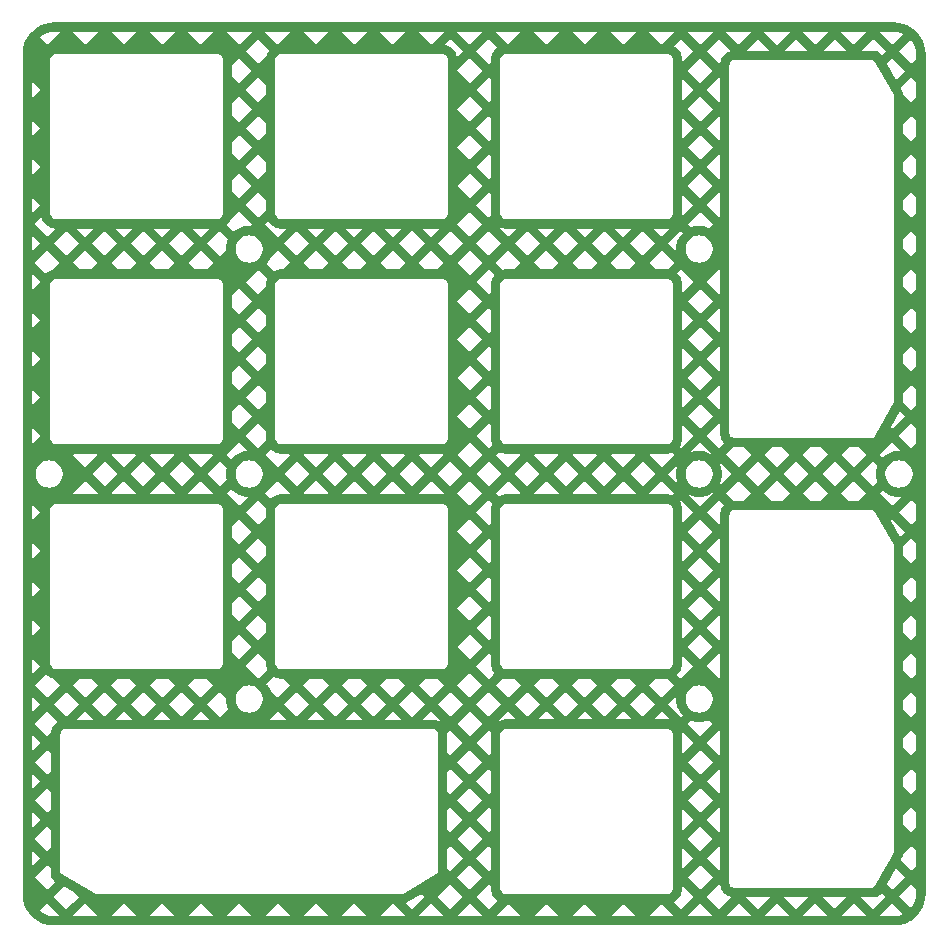
<source format=gbr>
%TF.GenerationSoftware,KiCad,Pcbnew,8.0.8*%
%TF.CreationDate,2025-03-01T19:07:55+01:00*%
%TF.ProjectId,plate,706c6174-652e-46b6-9963-61645f706362,rev?*%
%TF.SameCoordinates,Original*%
%TF.FileFunction,Copper,L1,Top*%
%TF.FilePolarity,Positive*%
%FSLAX46Y46*%
G04 Gerber Fmt 4.6, Leading zero omitted, Abs format (unit mm)*
G04 Created by KiCad (PCBNEW 8.0.8) date 2025-03-01 19:07:55*
%MOMM*%
%LPD*%
G01*
G04 APERTURE LIST*
G04 APERTURE END LIST*
%TA.AperFunction,Conductor*%
%TO.N,GND*%
G36*
X176863229Y-58612511D02*
G01*
X177017415Y-58614838D01*
X177027853Y-58615548D01*
X177334672Y-58652803D01*
X177346422Y-58654957D01*
X177645787Y-58728743D01*
X177657194Y-58732297D01*
X177945495Y-58841636D01*
X177956389Y-58846539D01*
X178229404Y-58989828D01*
X178239630Y-58996011D01*
X178493365Y-59171151D01*
X178502776Y-59178523D01*
X178733563Y-59382982D01*
X178742014Y-59391433D01*
X178832377Y-59493432D01*
X178946476Y-59622223D01*
X178953848Y-59631634D01*
X179128988Y-59885369D01*
X179135173Y-59895599D01*
X179278458Y-60168606D01*
X179283365Y-60179508D01*
X179392701Y-60467802D01*
X179396257Y-60479216D01*
X179470041Y-60778572D01*
X179472196Y-60790331D01*
X179509450Y-61097145D01*
X179510161Y-61107583D01*
X179512489Y-61261770D01*
X179512500Y-61263265D01*
X179512500Y-132411734D01*
X179512489Y-132413229D01*
X179510161Y-132567416D01*
X179509450Y-132577854D01*
X179472196Y-132884668D01*
X179470041Y-132896427D01*
X179396257Y-133195783D01*
X179392701Y-133207197D01*
X179283365Y-133495491D01*
X179278458Y-133506393D01*
X179135173Y-133779400D01*
X179128988Y-133789630D01*
X178953848Y-134043365D01*
X178946476Y-134052776D01*
X178742017Y-134283563D01*
X178733563Y-134292017D01*
X178502776Y-134496476D01*
X178493365Y-134503848D01*
X178239630Y-134678988D01*
X178229400Y-134685173D01*
X177956393Y-134828458D01*
X177945491Y-134833365D01*
X177657197Y-134942701D01*
X177645783Y-134946257D01*
X177346427Y-135020041D01*
X177334668Y-135022196D01*
X177027854Y-135059450D01*
X177017416Y-135060161D01*
X176865911Y-135062448D01*
X176863227Y-135062489D01*
X176861735Y-135062500D01*
X105713265Y-135062500D01*
X105711772Y-135062489D01*
X105709046Y-135062447D01*
X105557583Y-135060161D01*
X105547145Y-135059450D01*
X105240331Y-135022196D01*
X105228572Y-135020041D01*
X104929216Y-134946257D01*
X104917802Y-134942701D01*
X104629508Y-134833365D01*
X104618606Y-134828458D01*
X104345599Y-134685173D01*
X104335369Y-134678988D01*
X104081634Y-134503848D01*
X104072223Y-134496476D01*
X103841436Y-134292017D01*
X103832982Y-134283563D01*
X103797443Y-134243448D01*
X103628520Y-134052773D01*
X103621151Y-134043365D01*
X103502259Y-133871120D01*
X103461797Y-133812501D01*
X104503572Y-133812501D01*
X104569739Y-133871120D01*
X104753885Y-133998226D01*
X104952019Y-134102215D01*
X105161248Y-134181565D01*
X105378490Y-134235110D01*
X105606603Y-134262809D01*
X105718586Y-134264500D01*
X106175722Y-134264500D01*
X106196773Y-134243448D01*
X107325318Y-134243448D01*
X107346370Y-134264500D01*
X109428413Y-134264500D01*
X109449464Y-134243448D01*
X110578009Y-134243448D01*
X110599061Y-134264500D01*
X112681104Y-134264500D01*
X112702156Y-134243448D01*
X113830700Y-134243448D01*
X113851752Y-134264500D01*
X115933795Y-134264500D01*
X115954847Y-134243448D01*
X117083392Y-134243448D01*
X117104444Y-134264500D01*
X119186487Y-134264500D01*
X119207538Y-134243448D01*
X120336083Y-134243448D01*
X120357135Y-134264500D01*
X122439178Y-134264500D01*
X122460229Y-134243448D01*
X123588774Y-134243448D01*
X123609826Y-134264500D01*
X125691869Y-134264500D01*
X125712920Y-134243448D01*
X126841465Y-134243448D01*
X126862517Y-134264500D01*
X128944560Y-134264500D01*
X128965612Y-134243448D01*
X130094156Y-134243448D01*
X130115208Y-134264500D01*
X132197251Y-134264500D01*
X132218303Y-134243448D01*
X133346847Y-134243448D01*
X133367899Y-134264500D01*
X135449943Y-134264500D01*
X135470994Y-134243448D01*
X136599539Y-134243448D01*
X136620591Y-134264500D01*
X138702634Y-134264500D01*
X138723685Y-134243448D01*
X139852230Y-134243448D01*
X139873282Y-134264500D01*
X141955325Y-134264500D01*
X141976376Y-134243448D01*
X143104921Y-134243448D01*
X143125973Y-134264500D01*
X145208016Y-134264500D01*
X145229068Y-134243448D01*
X146357612Y-134243448D01*
X146378664Y-134264500D01*
X148460707Y-134264500D01*
X148481759Y-134243448D01*
X149610303Y-134243448D01*
X149631355Y-134264500D01*
X151713399Y-134264500D01*
X151734450Y-134243448D01*
X152862995Y-134243448D01*
X152884047Y-134264500D01*
X154966090Y-134264500D01*
X154987141Y-134243448D01*
X156115686Y-134243448D01*
X156136738Y-134264500D01*
X158218781Y-134264500D01*
X158239832Y-134243448D01*
X159368377Y-134243448D01*
X159389429Y-134264500D01*
X161471472Y-134264500D01*
X161492524Y-134243448D01*
X162621068Y-134243448D01*
X162642120Y-134264500D01*
X164724163Y-134264500D01*
X164745215Y-134243448D01*
X165873759Y-134243448D01*
X165894811Y-134264500D01*
X167976854Y-134264500D01*
X167997906Y-134243448D01*
X169126451Y-134243448D01*
X169147503Y-134264500D01*
X171229546Y-134264500D01*
X171250597Y-134243448D01*
X172379142Y-134243448D01*
X172400194Y-134264500D01*
X174482237Y-134264500D01*
X174503288Y-134243448D01*
X175631833Y-134243448D01*
X175652885Y-134264500D01*
X176856414Y-134264500D01*
X176968394Y-134262809D01*
X177196507Y-134235110D01*
X177413749Y-134181565D01*
X177617010Y-134104478D01*
X176693906Y-133181374D01*
X175631833Y-134243448D01*
X174503288Y-134243448D01*
X173441215Y-133181374D01*
X172379142Y-134243448D01*
X171250597Y-134243448D01*
X170188524Y-133181374D01*
X169126451Y-134243448D01*
X167997906Y-134243448D01*
X166935832Y-133181374D01*
X165873759Y-134243448D01*
X164745215Y-134243448D01*
X163683141Y-133181374D01*
X162621068Y-134243448D01*
X161492524Y-134243448D01*
X160430450Y-133181374D01*
X159368377Y-134243448D01*
X158239832Y-134243448D01*
X157206884Y-133210500D01*
X157148634Y-133210500D01*
X156115686Y-134243448D01*
X154987141Y-134243448D01*
X153954193Y-133210500D01*
X153895943Y-133210500D01*
X152862995Y-134243448D01*
X151734450Y-134243448D01*
X150701502Y-133210500D01*
X150643252Y-133210500D01*
X149610303Y-134243448D01*
X148481759Y-134243448D01*
X147448811Y-133210500D01*
X147390561Y-133210500D01*
X146357612Y-134243448D01*
X145229068Y-134243448D01*
X144196120Y-133210500D01*
X144137870Y-133210500D01*
X143104921Y-134243448D01*
X141976376Y-134243448D01*
X140914303Y-133181374D01*
X139852230Y-134243448D01*
X138723685Y-134243448D01*
X137661612Y-133181374D01*
X136599539Y-134243448D01*
X135470994Y-134243448D01*
X134413046Y-133185500D01*
X134404796Y-133185500D01*
X133346847Y-134243448D01*
X132218303Y-134243448D01*
X131160355Y-133185500D01*
X131152105Y-133185500D01*
X130094156Y-134243448D01*
X128965612Y-134243448D01*
X127907664Y-133185500D01*
X127899414Y-133185500D01*
X126841465Y-134243448D01*
X125712920Y-134243448D01*
X124654972Y-133185500D01*
X124646722Y-133185500D01*
X123588774Y-134243448D01*
X122460229Y-134243448D01*
X121402281Y-133185500D01*
X121394031Y-133185500D01*
X120336083Y-134243448D01*
X119207538Y-134243448D01*
X118149590Y-133185500D01*
X118141340Y-133185500D01*
X117083392Y-134243448D01*
X115954847Y-134243448D01*
X114896899Y-133185500D01*
X114888649Y-133185500D01*
X113830700Y-134243448D01*
X112702156Y-134243448D01*
X111644208Y-133185500D01*
X111635958Y-133185500D01*
X110578009Y-134243448D01*
X109449464Y-134243448D01*
X108387391Y-133181374D01*
X107325318Y-134243448D01*
X106196773Y-134243448D01*
X105134699Y-133181374D01*
X104503572Y-133812501D01*
X103461797Y-133812501D01*
X103446008Y-133789626D01*
X103439826Y-133779400D01*
X103387224Y-133679176D01*
X103296539Y-133506389D01*
X103291634Y-133495491D01*
X103182298Y-133207197D01*
X103178742Y-133195783D01*
X103176207Y-133185500D01*
X103104957Y-132896422D01*
X103102803Y-132884668D01*
X103083990Y-132729733D01*
X103070314Y-132617102D01*
X105698971Y-132617102D01*
X106761045Y-133679176D01*
X107297044Y-133143177D01*
X135499267Y-133143177D01*
X136035266Y-133679176D01*
X137097340Y-132617102D01*
X138225884Y-132617102D01*
X139287957Y-133679176D01*
X140350031Y-132617102D01*
X141478575Y-132617102D01*
X142540648Y-133679176D01*
X143148198Y-133071626D01*
X158196555Y-133071626D01*
X158804105Y-133679176D01*
X159866178Y-132617102D01*
X160994722Y-132617102D01*
X162056796Y-133679176D01*
X163050472Y-132685500D01*
X164315811Y-132685500D01*
X165309487Y-133679176D01*
X166303164Y-132685500D01*
X167568502Y-132685500D01*
X168562178Y-133679176D01*
X169555855Y-132685500D01*
X170821193Y-132685500D01*
X171814869Y-133679176D01*
X172808546Y-132685500D01*
X174073884Y-132685500D01*
X175067560Y-133679176D01*
X176129634Y-132617103D01*
X176129633Y-132617102D01*
X177258178Y-132617102D01*
X178262501Y-133621425D01*
X178321120Y-133555258D01*
X178448226Y-133371112D01*
X178552215Y-133172978D01*
X178631565Y-132963749D01*
X178685110Y-132746507D01*
X178712809Y-132518394D01*
X178714500Y-132406412D01*
X178714500Y-131949277D01*
X178320252Y-131555029D01*
X177258178Y-132617102D01*
X176129633Y-132617102D01*
X175797482Y-132284951D01*
X175743835Y-132377874D01*
X175728102Y-132398378D01*
X175616391Y-132510091D01*
X175595888Y-132525824D01*
X175413123Y-132631346D01*
X175389245Y-132641237D01*
X175236643Y-132682127D01*
X175211020Y-132685500D01*
X174073884Y-132685500D01*
X172808546Y-132685500D01*
X170821193Y-132685500D01*
X169555855Y-132685500D01*
X167568502Y-132685500D01*
X166303164Y-132685500D01*
X164315811Y-132685500D01*
X163050472Y-132685500D01*
X163087329Y-132648643D01*
X162963561Y-132615480D01*
X162957364Y-132613600D01*
X162920172Y-132600976D01*
X162914110Y-132598695D01*
X162865825Y-132578697D01*
X162859920Y-132576021D01*
X162824679Y-132558642D01*
X162818966Y-132555588D01*
X162660172Y-132463908D01*
X162654669Y-132460486D01*
X162622001Y-132438657D01*
X162616736Y-132434884D01*
X162575275Y-132403069D01*
X162570267Y-132398959D01*
X162540738Y-132373062D01*
X162536010Y-132368635D01*
X162406365Y-132238990D01*
X162401938Y-132234262D01*
X162376041Y-132204733D01*
X162371931Y-132199725D01*
X162340116Y-132158264D01*
X162336343Y-132152999D01*
X162314514Y-132120331D01*
X162311092Y-132114828D01*
X162219412Y-131956034D01*
X162216358Y-131950321D01*
X162198979Y-131915080D01*
X162196303Y-131909175D01*
X162176305Y-131860890D01*
X162174024Y-131854828D01*
X162161400Y-131817636D01*
X162159520Y-131811439D01*
X162112911Y-131637491D01*
X162111601Y-131631973D01*
X162105807Y-131604040D01*
X162056796Y-131555029D01*
X160994722Y-132617102D01*
X159866178Y-132617102D01*
X158910500Y-131661424D01*
X158910500Y-131923903D01*
X158910447Y-131927132D01*
X158907190Y-132026935D01*
X158906843Y-132032598D01*
X158903754Y-132066849D01*
X158903083Y-132072480D01*
X158896373Y-132117727D01*
X158895381Y-132123309D01*
X158888399Y-132156973D01*
X158887089Y-132162491D01*
X158840480Y-132336439D01*
X158838600Y-132342636D01*
X158825976Y-132379828D01*
X158823695Y-132385890D01*
X158803697Y-132434175D01*
X158801021Y-132440080D01*
X158783642Y-132475321D01*
X158780588Y-132481034D01*
X158688908Y-132639828D01*
X158685486Y-132645331D01*
X158663657Y-132677999D01*
X158659884Y-132683264D01*
X158628069Y-132724725D01*
X158623959Y-132729733D01*
X158598062Y-132759262D01*
X158593635Y-132763990D01*
X158463990Y-132893635D01*
X158459262Y-132898062D01*
X158429733Y-132923959D01*
X158424725Y-132928069D01*
X158383264Y-132959884D01*
X158377999Y-132963657D01*
X158345331Y-132985486D01*
X158339828Y-132988908D01*
X158196555Y-133071626D01*
X143148198Y-133071626D01*
X143252496Y-132967328D01*
X143247001Y-132963657D01*
X143241736Y-132959884D01*
X143200275Y-132928069D01*
X143195267Y-132923959D01*
X143165738Y-132898062D01*
X143161010Y-132893635D01*
X143031365Y-132763990D01*
X143026938Y-132759262D01*
X143001041Y-132729733D01*
X142996931Y-132724725D01*
X142965116Y-132683264D01*
X142961343Y-132677999D01*
X142939514Y-132645331D01*
X142936092Y-132639828D01*
X142844412Y-132481034D01*
X142841358Y-132475321D01*
X142823979Y-132440080D01*
X142821303Y-132434175D01*
X142801305Y-132385890D01*
X142799024Y-132379828D01*
X142786400Y-132342636D01*
X142784520Y-132336439D01*
X142737911Y-132162491D01*
X142736601Y-132156973D01*
X142729619Y-132123309D01*
X142728627Y-132117727D01*
X142721917Y-132072480D01*
X142721246Y-132066849D01*
X142718157Y-132032598D01*
X142717810Y-132026935D01*
X142714553Y-131927132D01*
X142714500Y-131923903D01*
X142714500Y-131728880D01*
X142540649Y-131555029D01*
X141478575Y-132617102D01*
X140350031Y-132617102D01*
X139287957Y-131555029D01*
X138225884Y-132617102D01*
X137097340Y-132617102D01*
X136855219Y-132374980D01*
X135591145Y-133104774D01*
X135579530Y-133110502D01*
X135506861Y-133140601D01*
X135499267Y-133143177D01*
X107297044Y-133143177D01*
X107823119Y-132617102D01*
X107528025Y-132322007D01*
X106555524Y-131760549D01*
X105698971Y-132617102D01*
X103070314Y-132617102D01*
X103065548Y-132577853D01*
X103064838Y-132567415D01*
X103062511Y-132413228D01*
X103062500Y-132411734D01*
X103062500Y-130990756D01*
X104072626Y-130990756D01*
X105134700Y-132052830D01*
X105840048Y-131347481D01*
X105747126Y-131293835D01*
X105726622Y-131278102D01*
X105614909Y-131166391D01*
X105599176Y-131145888D01*
X105493654Y-130963123D01*
X105483763Y-130939245D01*
X105442873Y-130786643D01*
X105439500Y-130761020D01*
X105439500Y-130233483D01*
X105134700Y-129928683D01*
X104072626Y-130990756D01*
X103062500Y-130990756D01*
X103062500Y-130074339D01*
X103860500Y-130074339D01*
X104570428Y-129364411D01*
X103860500Y-128654483D01*
X103860500Y-130074339D01*
X103062500Y-130074339D01*
X103062500Y-127738065D01*
X104072626Y-127738065D01*
X105134700Y-128800139D01*
X105439500Y-128495339D01*
X105439500Y-126980792D01*
X105134700Y-126675992D01*
X104072626Y-127738065D01*
X103062500Y-127738065D01*
X103062500Y-126821648D01*
X103860500Y-126821648D01*
X104570428Y-126111720D01*
X103860500Y-125401792D01*
X103860500Y-126821648D01*
X103062500Y-126821648D01*
X103062500Y-124485374D01*
X104072626Y-124485374D01*
X105134700Y-125547448D01*
X105439500Y-125242648D01*
X105439500Y-123728101D01*
X105134700Y-123423301D01*
X104072626Y-124485374D01*
X103062500Y-124485374D01*
X103062500Y-123568957D01*
X103860500Y-123568957D01*
X104570428Y-122859028D01*
X103860500Y-122149100D01*
X103860500Y-123568957D01*
X103062500Y-123568957D01*
X103062500Y-121232683D01*
X104072626Y-121232683D01*
X105134700Y-122294756D01*
X105439500Y-121989957D01*
X105439500Y-120475408D01*
X105134700Y-120170609D01*
X104072626Y-121232683D01*
X103062500Y-121232683D01*
X103062500Y-120316266D01*
X103860500Y-120316266D01*
X104570428Y-119606337D01*
X103860500Y-118896409D01*
X103860500Y-120316266D01*
X103062500Y-120316266D01*
X103062500Y-117979992D01*
X104072626Y-117979992D01*
X105134700Y-119042066D01*
X105239276Y-118937490D01*
X106237500Y-118937490D01*
X106237500Y-130655500D01*
X109237499Y-132387500D01*
X135237500Y-132387500D01*
X135237501Y-132387500D01*
X136969586Y-131387509D01*
X137656803Y-130990756D01*
X139852229Y-130990756D01*
X140914303Y-132052830D01*
X141976376Y-130990756D01*
X140914303Y-129928683D01*
X139852229Y-130990756D01*
X137656803Y-130990756D01*
X138237500Y-130655500D01*
X138237500Y-128554794D01*
X139035500Y-128554794D01*
X139035500Y-130174027D01*
X139287957Y-130426484D01*
X140350031Y-129364411D01*
X141478575Y-129364411D01*
X142540649Y-130426485D01*
X142714500Y-130252634D01*
X142714500Y-128476187D01*
X142540649Y-128302337D01*
X141478575Y-129364411D01*
X140350031Y-129364411D01*
X139287957Y-128302337D01*
X139035500Y-128554794D01*
X138237500Y-128554794D01*
X138237500Y-127738065D01*
X139852229Y-127738065D01*
X140914303Y-128800139D01*
X141976376Y-127738065D01*
X140914303Y-126675992D01*
X139852229Y-127738065D01*
X138237500Y-127738065D01*
X138237500Y-125302103D01*
X139035500Y-125302103D01*
X139035500Y-126921336D01*
X139287957Y-127173793D01*
X140350031Y-126111720D01*
X141478575Y-126111720D01*
X142540649Y-127173794D01*
X142714500Y-126999943D01*
X142714500Y-125223496D01*
X142540649Y-125049646D01*
X141478575Y-126111720D01*
X140350031Y-126111720D01*
X139287957Y-125049646D01*
X139035500Y-125302103D01*
X138237500Y-125302103D01*
X138237500Y-124485374D01*
X139852229Y-124485374D01*
X140914303Y-125547448D01*
X141976376Y-124485374D01*
X140914303Y-123423301D01*
X139852229Y-124485374D01*
X138237500Y-124485374D01*
X138237500Y-122049413D01*
X139035500Y-122049413D01*
X139035500Y-123668644D01*
X139287958Y-123921102D01*
X140350031Y-122859028D01*
X141478575Y-122859028D01*
X142540648Y-123921102D01*
X142714500Y-123747251D01*
X142714500Y-121970806D01*
X142540649Y-121796955D01*
X141478575Y-122859028D01*
X140350031Y-122859028D01*
X139287957Y-121796955D01*
X139035500Y-122049413D01*
X138237500Y-122049413D01*
X138237500Y-121232683D01*
X139852229Y-121232683D01*
X140914303Y-122294756D01*
X141976376Y-121232683D01*
X140914303Y-120170609D01*
X139852229Y-121232683D01*
X138237500Y-121232683D01*
X138237500Y-118937500D01*
X138237022Y-118922868D01*
X138235361Y-118871959D01*
X138235361Y-118871958D01*
X138235361Y-118871955D01*
X138216559Y-118801785D01*
X139030434Y-118801785D01*
X139031843Y-118817402D01*
X139032190Y-118823065D01*
X139035447Y-118922868D01*
X139035500Y-118926097D01*
X139035500Y-120415953D01*
X139287958Y-120668411D01*
X140350031Y-119606337D01*
X141478575Y-119606337D01*
X142540648Y-120668411D01*
X142714500Y-120494560D01*
X142714500Y-118912490D01*
X143512500Y-118912490D01*
X143512500Y-131912509D01*
X143514638Y-131978040D01*
X143514638Y-131978041D01*
X143548568Y-132104671D01*
X143614108Y-132218189D01*
X143614110Y-132218191D01*
X143614112Y-132218194D01*
X143706806Y-132310888D01*
X143706808Y-132310889D01*
X143706810Y-132310891D01*
X143820329Y-132376431D01*
X143820327Y-132376431D01*
X143820331Y-132376432D01*
X143820333Y-132376433D01*
X143946955Y-132410361D01*
X143962080Y-132410854D01*
X144012490Y-132412500D01*
X157612500Y-132412500D01*
X157612510Y-132412500D01*
X157656196Y-132411074D01*
X157678045Y-132410361D01*
X157804667Y-132376433D01*
X157804669Y-132376431D01*
X157804671Y-132376431D01*
X157918189Y-132310891D01*
X157918189Y-132310890D01*
X157918194Y-132310888D01*
X158010888Y-132218194D01*
X158046234Y-132156973D01*
X158076431Y-132104671D01*
X158076431Y-132104669D01*
X158076433Y-132104667D01*
X158110361Y-131978045D01*
X158111300Y-131949277D01*
X158112500Y-131912509D01*
X158112500Y-130990756D01*
X159368377Y-130990756D01*
X160430450Y-132052830D01*
X161492524Y-130990756D01*
X160430450Y-129928683D01*
X159368377Y-130990756D01*
X158112500Y-130990756D01*
X158112500Y-130320089D01*
X158910500Y-130320089D01*
X159866178Y-129364411D01*
X160994722Y-129364411D01*
X162056796Y-130426484D01*
X162089500Y-130393781D01*
X162089500Y-128335040D01*
X162056796Y-128302337D01*
X160994722Y-129364411D01*
X159866178Y-129364411D01*
X158910500Y-128408733D01*
X158910500Y-130320089D01*
X158112500Y-130320089D01*
X158112500Y-127738065D01*
X159368377Y-127738065D01*
X160430450Y-128800139D01*
X161492524Y-127738065D01*
X160430450Y-126675992D01*
X159368377Y-127738065D01*
X158112500Y-127738065D01*
X158112500Y-127067398D01*
X158910500Y-127067398D01*
X159866178Y-126111720D01*
X160994722Y-126111720D01*
X162056796Y-127173793D01*
X162089500Y-127141090D01*
X162089500Y-125082349D01*
X162056796Y-125049646D01*
X160994722Y-126111720D01*
X159866178Y-126111720D01*
X158910500Y-125156042D01*
X158910500Y-127067398D01*
X158112500Y-127067398D01*
X158112500Y-124485374D01*
X159368377Y-124485374D01*
X160430450Y-125547448D01*
X161492524Y-124485374D01*
X160430450Y-123423301D01*
X159368377Y-124485374D01*
X158112500Y-124485374D01*
X158112500Y-123814707D01*
X158910500Y-123814707D01*
X159866178Y-122859028D01*
X160994722Y-122859028D01*
X162056796Y-123921102D01*
X162089500Y-123888398D01*
X162089500Y-121829659D01*
X162056796Y-121796955D01*
X160994722Y-122859028D01*
X159866178Y-122859028D01*
X158910500Y-121903350D01*
X158910500Y-123814707D01*
X158112500Y-123814707D01*
X158112500Y-121232683D01*
X159368377Y-121232683D01*
X160430450Y-122294756D01*
X161492524Y-121232683D01*
X160430450Y-120170609D01*
X159368377Y-121232683D01*
X158112500Y-121232683D01*
X158112500Y-118912490D01*
X158110361Y-118846959D01*
X158110361Y-118846958D01*
X158110361Y-118846955D01*
X158076433Y-118720333D01*
X158076431Y-118720330D01*
X158076431Y-118720328D01*
X158015239Y-118614341D01*
X158874182Y-118614341D01*
X158887089Y-118662509D01*
X158888399Y-118668027D01*
X158895381Y-118701691D01*
X158896373Y-118707273D01*
X158903083Y-118752520D01*
X158903754Y-118758151D01*
X158906843Y-118792402D01*
X158907190Y-118798065D01*
X158910447Y-118897868D01*
X158910500Y-118901097D01*
X158910500Y-120562016D01*
X159866178Y-119606337D01*
X160994722Y-119606337D01*
X162056796Y-120668411D01*
X162089500Y-120635707D01*
X162089500Y-118576968D01*
X162056796Y-118544264D01*
X160994722Y-119606337D01*
X159866178Y-119606337D01*
X158874182Y-118614341D01*
X158015239Y-118614341D01*
X158010891Y-118606810D01*
X158010889Y-118606808D01*
X158010888Y-118606806D01*
X157918194Y-118514112D01*
X157918191Y-118514110D01*
X157918189Y-118514108D01*
X157804670Y-118448568D01*
X157804672Y-118448568D01*
X157678041Y-118414638D01*
X157612510Y-118412500D01*
X157612500Y-118412500D01*
X144012500Y-118412500D01*
X144012490Y-118412500D01*
X143946959Y-118414638D01*
X143946958Y-118414638D01*
X143820328Y-118448568D01*
X143706810Y-118514108D01*
X143614108Y-118606810D01*
X143548568Y-118720328D01*
X143514638Y-118846958D01*
X143514638Y-118846959D01*
X143512500Y-118912490D01*
X142714500Y-118912490D01*
X142714500Y-118901097D01*
X142714553Y-118897868D01*
X142717810Y-118798065D01*
X142718157Y-118792402D01*
X142721246Y-118758151D01*
X142721917Y-118752520D01*
X142725402Y-118729017D01*
X142540649Y-118544264D01*
X141478575Y-119606337D01*
X140350031Y-119606337D01*
X139287957Y-118544263D01*
X139030434Y-118801785D01*
X138216559Y-118801785D01*
X138201433Y-118745333D01*
X138201431Y-118745330D01*
X138201431Y-118745328D01*
X138135891Y-118631810D01*
X138135889Y-118631808D01*
X138135888Y-118631806D01*
X138043194Y-118539112D01*
X138043191Y-118539110D01*
X138043189Y-118539108D01*
X137929670Y-118473568D01*
X137929672Y-118473568D01*
X137803041Y-118439638D01*
X137737510Y-118437500D01*
X137737500Y-118437500D01*
X106737500Y-118437500D01*
X106737490Y-118437500D01*
X106671959Y-118439638D01*
X106671958Y-118439638D01*
X106545328Y-118473568D01*
X106431810Y-118539108D01*
X106339108Y-118631810D01*
X106273568Y-118745328D01*
X106239638Y-118871958D01*
X106239638Y-118871959D01*
X106237500Y-118937490D01*
X105239276Y-118937490D01*
X105455808Y-118720958D01*
X105461601Y-118693027D01*
X105462911Y-118687509D01*
X105509520Y-118513561D01*
X105511400Y-118507364D01*
X105524024Y-118470172D01*
X105526305Y-118464110D01*
X105546303Y-118415825D01*
X105548979Y-118409920D01*
X105566358Y-118374679D01*
X105569412Y-118368966D01*
X105661092Y-118210172D01*
X105664514Y-118204669D01*
X105686343Y-118172001D01*
X105690116Y-118166736D01*
X105721931Y-118125275D01*
X105726041Y-118120267D01*
X105751938Y-118090738D01*
X105756365Y-118086010D01*
X105886010Y-117956365D01*
X105890738Y-117951938D01*
X105920267Y-117926041D01*
X105925275Y-117921931D01*
X105966736Y-117890116D01*
X105972001Y-117886343D01*
X106004669Y-117864514D01*
X106010172Y-117861092D01*
X106053093Y-117836311D01*
X105856282Y-117639500D01*
X107665810Y-117639500D01*
X109108973Y-117639500D01*
X110918501Y-117639500D01*
X112361664Y-117639500D01*
X114171192Y-117639500D01*
X115614355Y-117639500D01*
X117423884Y-117639500D01*
X118867047Y-117639500D01*
X123929266Y-117639500D01*
X125372429Y-117639500D01*
X127181957Y-117639500D01*
X128625120Y-117639500D01*
X130434648Y-117639500D01*
X131877811Y-117639500D01*
X133687339Y-117639500D01*
X135130503Y-117639500D01*
X136940031Y-117639500D01*
X137748903Y-117639500D01*
X137752132Y-117639553D01*
X137851935Y-117642810D01*
X137857598Y-117643157D01*
X137891849Y-117646246D01*
X137897480Y-117646917D01*
X137942727Y-117653627D01*
X137948309Y-117654619D01*
X137981973Y-117661601D01*
X137987491Y-117662911D01*
X138161439Y-117709520D01*
X138167636Y-117711400D01*
X138204828Y-117724024D01*
X138210890Y-117726305D01*
X138259175Y-117746303D01*
X138265080Y-117748979D01*
X138300321Y-117766358D01*
X138306034Y-117769412D01*
X138464828Y-117861092D01*
X138470331Y-117864514D01*
X138502999Y-117886343D01*
X138508264Y-117890116D01*
X138549725Y-117921931D01*
X138554733Y-117926041D01*
X138584262Y-117951938D01*
X138588990Y-117956365D01*
X138668151Y-118035526D01*
X138723686Y-117979992D01*
X139852229Y-117979992D01*
X140914303Y-119042065D01*
X141976376Y-117979992D01*
X143104921Y-117979992D01*
X143108652Y-117983723D01*
X143112384Y-117979991D01*
X159368376Y-117979991D01*
X160430450Y-119042065D01*
X161492524Y-117979992D01*
X161162586Y-117650054D01*
X161093014Y-117684698D01*
X161088873Y-117686642D01*
X161063514Y-117697839D01*
X161059291Y-117699588D01*
X161024903Y-117712911D01*
X161020600Y-117714465D01*
X160994309Y-117723277D01*
X160989940Y-117724630D01*
X160749912Y-117792925D01*
X160745484Y-117794075D01*
X160718488Y-117800424D01*
X160714012Y-117801368D01*
X160677760Y-117808144D01*
X160673247Y-117808880D01*
X160645795Y-117812709D01*
X160641254Y-117813236D01*
X160392771Y-117836262D01*
X160388207Y-117836578D01*
X160360511Y-117837858D01*
X160355940Y-117837964D01*
X160319060Y-117837964D01*
X160314489Y-117837858D01*
X160286793Y-117836578D01*
X160282229Y-117836262D01*
X160033746Y-117813236D01*
X160029205Y-117812709D01*
X160001753Y-117808880D01*
X159997240Y-117808144D01*
X159960988Y-117801368D01*
X159956512Y-117800424D01*
X159929516Y-117794075D01*
X159925088Y-117792925D01*
X159685060Y-117724630D01*
X159680691Y-117723277D01*
X159654400Y-117714465D01*
X159650097Y-117712911D01*
X159639544Y-117708822D01*
X159368376Y-117979991D01*
X143112384Y-117979991D01*
X143161010Y-117931365D01*
X143165738Y-117926938D01*
X143195267Y-117901041D01*
X143200275Y-117896931D01*
X143241736Y-117865116D01*
X143247001Y-117861343D01*
X143279669Y-117839514D01*
X143285172Y-117836092D01*
X143443966Y-117744412D01*
X143449679Y-117741358D01*
X143484920Y-117723979D01*
X143490825Y-117721303D01*
X143539110Y-117701305D01*
X143545172Y-117699024D01*
X143582364Y-117686400D01*
X143588561Y-117684520D01*
X143762509Y-117637911D01*
X143768027Y-117636601D01*
X143801691Y-117629619D01*
X143807273Y-117628627D01*
X143852520Y-117621917D01*
X143858151Y-117621246D01*
X143892402Y-117618157D01*
X143898065Y-117617810D01*
X143997868Y-117614553D01*
X144001097Y-117614500D01*
X144863576Y-117614500D01*
X146723104Y-117614500D01*
X148116267Y-117614500D01*
X149975795Y-117614500D01*
X151368959Y-117614500D01*
X153228487Y-117614500D01*
X154621650Y-117614500D01*
X156481178Y-117614500D01*
X157623903Y-117614500D01*
X157627132Y-117614553D01*
X157726935Y-117617810D01*
X157732598Y-117618157D01*
X157766849Y-117621246D01*
X157772480Y-117621917D01*
X157817727Y-117628627D01*
X157823309Y-117629619D01*
X157856973Y-117636601D01*
X157862491Y-117637911D01*
X157910657Y-117650817D01*
X157177759Y-116917918D01*
X156481178Y-117614500D01*
X154621650Y-117614500D01*
X153925068Y-116917918D01*
X153228487Y-117614500D01*
X151368959Y-117614500D01*
X150672377Y-116917918D01*
X149975795Y-117614500D01*
X148116267Y-117614500D01*
X147419685Y-116917918D01*
X146723104Y-117614500D01*
X144863576Y-117614500D01*
X144166994Y-116917918D01*
X143104921Y-117979992D01*
X141976376Y-117979992D01*
X140914303Y-116917918D01*
X139852229Y-117979992D01*
X138723686Y-117979992D01*
X137661612Y-116917918D01*
X136940031Y-117639500D01*
X135130503Y-117639500D01*
X134408921Y-116917918D01*
X133687339Y-117639500D01*
X131877811Y-117639500D01*
X131156229Y-116917918D01*
X130434648Y-117639500D01*
X128625120Y-117639500D01*
X127903538Y-116917918D01*
X127181957Y-117639500D01*
X125372429Y-117639500D01*
X124650847Y-116917918D01*
X123929266Y-117639500D01*
X118867047Y-117639500D01*
X118145465Y-116917918D01*
X117423884Y-117639500D01*
X115614355Y-117639500D01*
X114892773Y-116917918D01*
X114171192Y-117639500D01*
X112361664Y-117639500D01*
X111640082Y-116917918D01*
X110918501Y-117639500D01*
X109108973Y-117639500D01*
X108387391Y-116917918D01*
X107665810Y-117639500D01*
X105856282Y-117639500D01*
X105134700Y-116917918D01*
X104072626Y-117979992D01*
X103062500Y-117979992D01*
X103062500Y-117063575D01*
X103860500Y-117063575D01*
X104570428Y-116353646D01*
X105698972Y-116353646D01*
X106761045Y-117415720D01*
X107823119Y-116353646D01*
X108951663Y-116353646D01*
X110013737Y-117415720D01*
X111075810Y-116353646D01*
X112204354Y-116353646D01*
X113266428Y-117415720D01*
X114328501Y-116353646D01*
X115457045Y-116353646D01*
X116519119Y-117415720D01*
X117581192Y-116353646D01*
X118709737Y-116353646D01*
X119771810Y-117415719D01*
X120472142Y-116715387D01*
X120470155Y-116710886D01*
X120468405Y-116706661D01*
X120378256Y-116473961D01*
X120376703Y-116469659D01*
X120367890Y-116443364D01*
X120366537Y-116438993D01*
X120356445Y-116403520D01*
X120355296Y-116399097D01*
X120348950Y-116372116D01*
X120348006Y-116367640D01*
X120302154Y-116122347D01*
X120301418Y-116117835D01*
X120297589Y-116090389D01*
X120297062Y-116085848D01*
X120293658Y-116049127D01*
X120293341Y-116044565D01*
X120292059Y-116016857D01*
X120291953Y-116012281D01*
X120291953Y-115811715D01*
X120261402Y-115781164D01*
X121089953Y-115781164D01*
X121089953Y-115993835D01*
X121113975Y-116122347D01*
X121129031Y-116202887D01*
X121205857Y-116401197D01*
X121317814Y-116582014D01*
X121461090Y-116739181D01*
X121630806Y-116867344D01*
X121821182Y-116962140D01*
X122025735Y-117020341D01*
X122237500Y-117039964D01*
X122449265Y-117020341D01*
X122653818Y-116962140D01*
X122844194Y-116867344D01*
X123013910Y-116739181D01*
X123157186Y-116582014D01*
X123269143Y-116401197D01*
X123287564Y-116353646D01*
X125215119Y-116353646D01*
X126277193Y-117415720D01*
X127339266Y-116353646D01*
X128467810Y-116353646D01*
X129529884Y-117415720D01*
X130591957Y-116353646D01*
X131720501Y-116353646D01*
X132782575Y-117415720D01*
X133844648Y-116353646D01*
X134973193Y-116353646D01*
X136035266Y-117415720D01*
X137097340Y-116353646D01*
X138225884Y-116353646D01*
X139287957Y-117415720D01*
X140350031Y-116353646D01*
X141478575Y-116353646D01*
X142540649Y-117415720D01*
X143602722Y-116353646D01*
X144731266Y-116353646D01*
X145793340Y-117415720D01*
X146855413Y-116353646D01*
X147983957Y-116353646D01*
X149046031Y-117415720D01*
X150108104Y-116353646D01*
X151236649Y-116353646D01*
X152298722Y-117415720D01*
X153360796Y-116353646D01*
X154489340Y-116353646D01*
X155551413Y-117415720D01*
X156613487Y-116353646D01*
X157742030Y-116353646D01*
X158804105Y-117415720D01*
X158957853Y-117261972D01*
X158815658Y-117105992D01*
X158812655Y-117102541D01*
X158794935Y-117081201D01*
X158792093Y-117077613D01*
X158769870Y-117048182D01*
X158767201Y-117044472D01*
X158751540Y-117021609D01*
X158749044Y-117017779D01*
X158617675Y-116805610D01*
X158615359Y-116801668D01*
X158601866Y-116777444D01*
X158599732Y-116773395D01*
X158583295Y-116740383D01*
X158581352Y-116736245D01*
X158570155Y-116710886D01*
X158568405Y-116706661D01*
X158478256Y-116473961D01*
X158476703Y-116469659D01*
X158467890Y-116443364D01*
X158466537Y-116438993D01*
X158456445Y-116403520D01*
X158455296Y-116399097D01*
X158448950Y-116372116D01*
X158448006Y-116367640D01*
X158402154Y-116122347D01*
X158401418Y-116117835D01*
X158397589Y-116090389D01*
X158397062Y-116085848D01*
X158393658Y-116049127D01*
X158393341Y-116044565D01*
X158392059Y-116016857D01*
X158391953Y-116012281D01*
X158391953Y-115781164D01*
X159189953Y-115781164D01*
X159189953Y-115993835D01*
X159213975Y-116122347D01*
X159229031Y-116202887D01*
X159305857Y-116401197D01*
X159417814Y-116582014D01*
X159561090Y-116739181D01*
X159730806Y-116867344D01*
X159921182Y-116962140D01*
X160125735Y-117020341D01*
X160337500Y-117039964D01*
X160549265Y-117020341D01*
X160753818Y-116962140D01*
X160944194Y-116867344D01*
X161113910Y-116739181D01*
X161257186Y-116582014D01*
X161369143Y-116401197D01*
X161445969Y-116202887D01*
X161485047Y-115993836D01*
X161487500Y-115887500D01*
X161485047Y-115781164D01*
X161445969Y-115572113D01*
X161369143Y-115373803D01*
X161257186Y-115192986D01*
X161113910Y-115035819D01*
X160944194Y-114907656D01*
X160753818Y-114812860D01*
X160549265Y-114754659D01*
X160337500Y-114735037D01*
X160125735Y-114754659D01*
X159921182Y-114812860D01*
X159921181Y-114812860D01*
X159921179Y-114812861D01*
X159730813Y-114907652D01*
X159730804Y-114907657D01*
X159561089Y-115035820D01*
X159417816Y-115192983D01*
X159417814Y-115192985D01*
X159417814Y-115192986D01*
X159305857Y-115373803D01*
X159305857Y-115373804D01*
X159229030Y-115572115D01*
X159189953Y-115781164D01*
X158391953Y-115781164D01*
X158391953Y-115762719D01*
X158392059Y-115758143D01*
X158393341Y-115730435D01*
X158393658Y-115725873D01*
X158396095Y-115699582D01*
X157742030Y-116353646D01*
X156613487Y-116353646D01*
X155551413Y-115291573D01*
X154489340Y-116353646D01*
X153360796Y-116353646D01*
X152298722Y-115291573D01*
X151236649Y-116353646D01*
X150108104Y-116353646D01*
X149046031Y-115291573D01*
X147983957Y-116353646D01*
X146855413Y-116353646D01*
X145793340Y-115291573D01*
X144731266Y-116353646D01*
X143602722Y-116353646D01*
X142540649Y-115291573D01*
X141478575Y-116353646D01*
X140350031Y-116353646D01*
X139287957Y-115291573D01*
X138225884Y-116353646D01*
X137097340Y-116353646D01*
X136035266Y-115291573D01*
X134973193Y-116353646D01*
X133844648Y-116353646D01*
X132782575Y-115291573D01*
X131720501Y-116353646D01*
X130591957Y-116353646D01*
X129529884Y-115291573D01*
X128467810Y-116353646D01*
X127339266Y-116353646D01*
X126277193Y-115291573D01*
X125215119Y-116353646D01*
X123287564Y-116353646D01*
X123345969Y-116202887D01*
X123385047Y-115993836D01*
X123387500Y-115887500D01*
X123385047Y-115781164D01*
X123345969Y-115572113D01*
X123269143Y-115373803D01*
X123157186Y-115192986D01*
X123013910Y-115035819D01*
X122844194Y-114907656D01*
X122653818Y-114812860D01*
X122449265Y-114754659D01*
X122237500Y-114735037D01*
X122025735Y-114754659D01*
X121821182Y-114812860D01*
X121821181Y-114812860D01*
X121821179Y-114812861D01*
X121630813Y-114907652D01*
X121630804Y-114907657D01*
X121461089Y-115035820D01*
X121317816Y-115192983D01*
X121317814Y-115192985D01*
X121317814Y-115192986D01*
X121205857Y-115373803D01*
X121205857Y-115373804D01*
X121129030Y-115572115D01*
X121089953Y-115781164D01*
X120261402Y-115781164D01*
X119771811Y-115291573D01*
X118709737Y-116353646D01*
X117581192Y-116353646D01*
X116519119Y-115291573D01*
X115457045Y-116353646D01*
X114328501Y-116353646D01*
X113266428Y-115291573D01*
X112204354Y-116353646D01*
X111075810Y-116353646D01*
X110013737Y-115291573D01*
X108951663Y-116353646D01*
X107823119Y-116353646D01*
X106761045Y-115291573D01*
X105698972Y-116353646D01*
X104570428Y-116353646D01*
X103860500Y-115643718D01*
X103860500Y-117063575D01*
X103062500Y-117063575D01*
X103062500Y-114727300D01*
X104072626Y-114727300D01*
X105134700Y-115789374D01*
X106196773Y-114727300D01*
X107325317Y-114727300D01*
X108387391Y-115789374D01*
X109449464Y-114727300D01*
X110578009Y-114727300D01*
X111640082Y-115789374D01*
X112702156Y-114727300D01*
X113830700Y-114727300D01*
X114892773Y-115789374D01*
X115954847Y-114727300D01*
X117083391Y-114727300D01*
X118145465Y-115789374D01*
X119207538Y-114727300D01*
X119090512Y-114610274D01*
X123705799Y-114610274D01*
X123759342Y-114669008D01*
X123762345Y-114672459D01*
X123780065Y-114693799D01*
X123782907Y-114697387D01*
X123805130Y-114726818D01*
X123807799Y-114730528D01*
X123823460Y-114753391D01*
X123825956Y-114757221D01*
X123957325Y-114969390D01*
X123959641Y-114973332D01*
X123973134Y-114997556D01*
X123975268Y-115001605D01*
X123991705Y-115034617D01*
X123993648Y-115038755D01*
X124004845Y-115064114D01*
X124006595Y-115068339D01*
X124055151Y-115193678D01*
X124650847Y-115789374D01*
X125712920Y-114727300D01*
X126841465Y-114727300D01*
X127903538Y-115789374D01*
X128965612Y-114727300D01*
X130094156Y-114727300D01*
X131156229Y-115789374D01*
X132218303Y-114727300D01*
X133346847Y-114727300D01*
X134408921Y-115789374D01*
X135470994Y-114727300D01*
X136599538Y-114727300D01*
X137661612Y-115789374D01*
X138723685Y-114727300D01*
X139852229Y-114727300D01*
X140914303Y-115789374D01*
X141976376Y-114727300D01*
X143104920Y-114727300D01*
X144166994Y-115789374D01*
X145229068Y-114727300D01*
X146357612Y-114727300D01*
X147419685Y-115789374D01*
X148481759Y-114727300D01*
X149610303Y-114727300D01*
X150672377Y-115789374D01*
X151734450Y-114727300D01*
X152862994Y-114727300D01*
X153925068Y-115789374D01*
X154987141Y-114727300D01*
X156115685Y-114727300D01*
X157177759Y-115789374D01*
X158239832Y-114727300D01*
X157671529Y-114158997D01*
X157627133Y-114160447D01*
X157623903Y-114160500D01*
X156682486Y-114160500D01*
X156115685Y-114727300D01*
X154987141Y-114727300D01*
X154420341Y-114160500D01*
X153429795Y-114160500D01*
X152862994Y-114727300D01*
X151734450Y-114727300D01*
X151167650Y-114160500D01*
X150177104Y-114160500D01*
X149610303Y-114727300D01*
X148481759Y-114727300D01*
X147914959Y-114160500D01*
X146924413Y-114160500D01*
X146357612Y-114727300D01*
X145229068Y-114727300D01*
X144662268Y-114160500D01*
X144001097Y-114160500D01*
X143997868Y-114160447D01*
X143898065Y-114157190D01*
X143892402Y-114156843D01*
X143858151Y-114153754D01*
X143852520Y-114153083D01*
X143807273Y-114146373D01*
X143801691Y-114145381D01*
X143768027Y-114138399D01*
X143762509Y-114137089D01*
X143709370Y-114122850D01*
X143104920Y-114727300D01*
X141976376Y-114727300D01*
X140914303Y-113665227D01*
X139852229Y-114727300D01*
X138723685Y-114727300D01*
X138156885Y-114160500D01*
X137166339Y-114160500D01*
X136599538Y-114727300D01*
X135470994Y-114727300D01*
X134904194Y-114160500D01*
X133913648Y-114160500D01*
X133346847Y-114727300D01*
X132218303Y-114727300D01*
X131651503Y-114160500D01*
X130660957Y-114160500D01*
X130094156Y-114727300D01*
X128965612Y-114727300D01*
X128398812Y-114160500D01*
X127408266Y-114160500D01*
X126841465Y-114727300D01*
X125712920Y-114727300D01*
X125146120Y-114160500D01*
X124951097Y-114160500D01*
X124947868Y-114160447D01*
X124848065Y-114157190D01*
X124842402Y-114156843D01*
X124808151Y-114153754D01*
X124802520Y-114153083D01*
X124757273Y-114146373D01*
X124751691Y-114145381D01*
X124718027Y-114138399D01*
X124712509Y-114137089D01*
X124538561Y-114090480D01*
X124532364Y-114088600D01*
X124495172Y-114075976D01*
X124489110Y-114073695D01*
X124440825Y-114053697D01*
X124434920Y-114051021D01*
X124399679Y-114033642D01*
X124393966Y-114030589D01*
X124325191Y-113990881D01*
X123705799Y-114610274D01*
X119090512Y-114610274D01*
X118640738Y-114160500D01*
X117650192Y-114160500D01*
X117083391Y-114727300D01*
X115954847Y-114727300D01*
X115388047Y-114160500D01*
X114397501Y-114160500D01*
X113830700Y-114727300D01*
X112702156Y-114727300D01*
X112135356Y-114160500D01*
X111144810Y-114160500D01*
X110578009Y-114727300D01*
X109449464Y-114727300D01*
X108882664Y-114160500D01*
X107892118Y-114160500D01*
X107325317Y-114727300D01*
X106196773Y-114727300D01*
X105586082Y-114116609D01*
X105488562Y-114090480D01*
X105482364Y-114088600D01*
X105445172Y-114075976D01*
X105439110Y-114073695D01*
X105390825Y-114053697D01*
X105384920Y-114051021D01*
X105349679Y-114033642D01*
X105343966Y-114030588D01*
X105185172Y-113938908D01*
X105179669Y-113935486D01*
X105147001Y-113913657D01*
X105141736Y-113909884D01*
X105100275Y-113878069D01*
X105095267Y-113873959D01*
X105065738Y-113848062D01*
X105061010Y-113843635D01*
X105008651Y-113791276D01*
X104072626Y-114727300D01*
X103062500Y-114727300D01*
X103062500Y-113810883D01*
X103860500Y-113810883D01*
X104570428Y-113100955D01*
X103860500Y-112391027D01*
X103860500Y-113810883D01*
X103062500Y-113810883D01*
X103062500Y-110558192D01*
X103860500Y-110558192D01*
X104570428Y-109848264D01*
X103860500Y-109138336D01*
X103860500Y-110558192D01*
X103062500Y-110558192D01*
X103062500Y-107305501D01*
X103860500Y-107305501D01*
X104570428Y-106595572D01*
X103860500Y-105885644D01*
X103860500Y-107305501D01*
X103062500Y-107305501D01*
X103062500Y-104052810D01*
X103860500Y-104052810D01*
X104570428Y-103342881D01*
X103860500Y-102632953D01*
X103860500Y-104052810D01*
X103062500Y-104052810D01*
X103062500Y-100800119D01*
X103860500Y-100800119D01*
X104570428Y-100090190D01*
X104342728Y-99862490D01*
X105412500Y-99862490D01*
X105412500Y-112862509D01*
X105414638Y-112928040D01*
X105414638Y-112928041D01*
X105448568Y-113054671D01*
X105514108Y-113168189D01*
X105514110Y-113168191D01*
X105514112Y-113168194D01*
X105606806Y-113260888D01*
X105606808Y-113260889D01*
X105606810Y-113260891D01*
X105720329Y-113326431D01*
X105720327Y-113326431D01*
X105720331Y-113326432D01*
X105720333Y-113326433D01*
X105846955Y-113360361D01*
X105862080Y-113360854D01*
X105912490Y-113362500D01*
X119512500Y-113362500D01*
X119512510Y-113362500D01*
X119556196Y-113361074D01*
X119578045Y-113360361D01*
X119704667Y-113326433D01*
X119704669Y-113326431D01*
X119704671Y-113326431D01*
X119818189Y-113260891D01*
X119818189Y-113260890D01*
X119818194Y-113260888D01*
X119910888Y-113168194D01*
X119949709Y-113100955D01*
X121962428Y-113100955D01*
X122922803Y-114061330D01*
X122924903Y-114062089D01*
X122959291Y-114075412D01*
X122963514Y-114077161D01*
X122988873Y-114088358D01*
X122993013Y-114090302D01*
X123062585Y-114124944D01*
X123781730Y-113405799D01*
X123773979Y-113390080D01*
X123771303Y-113384175D01*
X123751305Y-113335890D01*
X123749024Y-113329828D01*
X123736400Y-113292636D01*
X123734520Y-113286439D01*
X123687911Y-113112491D01*
X123686601Y-113106973D01*
X123679619Y-113073309D01*
X123678627Y-113067727D01*
X123671917Y-113022480D01*
X123671246Y-113016849D01*
X123668157Y-112982598D01*
X123667810Y-112976935D01*
X123664553Y-112877132D01*
X123664500Y-112873903D01*
X123664500Y-112678880D01*
X123024501Y-112038881D01*
X121962428Y-113100955D01*
X119949709Y-113100955D01*
X119976433Y-113054667D01*
X120010361Y-112928045D01*
X120011124Y-112904636D01*
X120012500Y-112862509D01*
X120012500Y-111000192D01*
X120810500Y-111000192D01*
X120810500Y-111949027D01*
X121398156Y-112536683D01*
X122460229Y-111474609D01*
X121398156Y-110412536D01*
X120810500Y-111000192D01*
X120012500Y-111000192D01*
X120012500Y-109848264D01*
X121962428Y-109848264D01*
X123024501Y-110910337D01*
X123664500Y-110270339D01*
X123664500Y-109426189D01*
X123024501Y-108786190D01*
X121962428Y-109848264D01*
X120012500Y-109848264D01*
X120012500Y-107747501D01*
X120810500Y-107747501D01*
X120810500Y-108696336D01*
X121398156Y-109283992D01*
X122460229Y-108221918D01*
X121398156Y-107159845D01*
X120810500Y-107747501D01*
X120012500Y-107747501D01*
X120012500Y-106595573D01*
X121962428Y-106595573D01*
X123024501Y-107657646D01*
X123664500Y-107017648D01*
X123664500Y-106173497D01*
X123024502Y-105533499D01*
X121962428Y-106595573D01*
X120012500Y-106595573D01*
X120012500Y-104494810D01*
X120810500Y-104494810D01*
X120810500Y-105443644D01*
X121398156Y-106031300D01*
X122460229Y-104969227D01*
X121398156Y-103907153D01*
X120810500Y-104494810D01*
X120012500Y-104494810D01*
X120012500Y-103342881D01*
X121962428Y-103342881D01*
X123024501Y-104404955D01*
X123664500Y-103764957D01*
X123664500Y-102920806D01*
X123024502Y-102280808D01*
X121962428Y-103342881D01*
X120012500Y-103342881D01*
X120012500Y-101242119D01*
X120810500Y-101242119D01*
X120810500Y-102190953D01*
X121398156Y-102778609D01*
X122460229Y-101716536D01*
X121398156Y-100654462D01*
X120810500Y-101242119D01*
X120012500Y-101242119D01*
X120012500Y-100090190D01*
X121962428Y-100090190D01*
X123024501Y-101152264D01*
X123664500Y-100512266D01*
X123664500Y-99862490D01*
X124462500Y-99862490D01*
X124462500Y-112862509D01*
X124464638Y-112928040D01*
X124464638Y-112928041D01*
X124498568Y-113054671D01*
X124564108Y-113168189D01*
X124564110Y-113168191D01*
X124564112Y-113168194D01*
X124656806Y-113260888D01*
X124656808Y-113260889D01*
X124656810Y-113260891D01*
X124770329Y-113326431D01*
X124770327Y-113326431D01*
X124770331Y-113326432D01*
X124770333Y-113326433D01*
X124896955Y-113360361D01*
X124912080Y-113360854D01*
X124962490Y-113362500D01*
X138562500Y-113362500D01*
X138562510Y-113362500D01*
X138606196Y-113361074D01*
X138628045Y-113360361D01*
X138754667Y-113326433D01*
X138754669Y-113326431D01*
X138754671Y-113326431D01*
X138868189Y-113260891D01*
X138868189Y-113260890D01*
X138868194Y-113260888D01*
X138960888Y-113168194D01*
X138999709Y-113100955D01*
X141478575Y-113100955D01*
X142540648Y-114163028D01*
X142870402Y-113833274D01*
X158474350Y-113833274D01*
X158804104Y-114163028D01*
X159866178Y-113100955D01*
X160994722Y-113100955D01*
X162056796Y-114163028D01*
X162089500Y-114130325D01*
X162089500Y-112071584D01*
X162056796Y-112038881D01*
X160994722Y-113100955D01*
X159866178Y-113100955D01*
X158910500Y-112145277D01*
X158910500Y-112873903D01*
X158910447Y-112877132D01*
X158907190Y-112976935D01*
X158906843Y-112982598D01*
X158903754Y-113016849D01*
X158903083Y-113022480D01*
X158896373Y-113067727D01*
X158895381Y-113073309D01*
X158888399Y-113106973D01*
X158887089Y-113112491D01*
X158840480Y-113286439D01*
X158838600Y-113292636D01*
X158825976Y-113329828D01*
X158823695Y-113335890D01*
X158803697Y-113384175D01*
X158801021Y-113390080D01*
X158783642Y-113425321D01*
X158780588Y-113431034D01*
X158688908Y-113589828D01*
X158685486Y-113595331D01*
X158663657Y-113627999D01*
X158659884Y-113633264D01*
X158628069Y-113674725D01*
X158623959Y-113679733D01*
X158598062Y-113709262D01*
X158593635Y-113713990D01*
X158474350Y-113833274D01*
X142870402Y-113833274D01*
X143011742Y-113691934D01*
X143001041Y-113679733D01*
X142996931Y-113674725D01*
X142965116Y-113633264D01*
X142961343Y-113627999D01*
X142939514Y-113595331D01*
X142936092Y-113589828D01*
X142844412Y-113431034D01*
X142841358Y-113425321D01*
X142823979Y-113390080D01*
X142821303Y-113384175D01*
X142801305Y-113335890D01*
X142799024Y-113329828D01*
X142786400Y-113292636D01*
X142784520Y-113286439D01*
X142737911Y-113112491D01*
X142736601Y-113106973D01*
X142729619Y-113073309D01*
X142728627Y-113067727D01*
X142721917Y-113022480D01*
X142721246Y-113016849D01*
X142718157Y-112982598D01*
X142717810Y-112976935D01*
X142714553Y-112877132D01*
X142714500Y-112873903D01*
X142714500Y-112212731D01*
X142540649Y-112038881D01*
X141478575Y-113100955D01*
X138999709Y-113100955D01*
X139026433Y-113054667D01*
X139060361Y-112928045D01*
X139061124Y-112904636D01*
X139062500Y-112862509D01*
X139062500Y-111466339D01*
X139860500Y-111466339D01*
X139860500Y-111482880D01*
X140914303Y-112536683D01*
X141976376Y-111474609D01*
X140914303Y-110412536D01*
X139860500Y-111466339D01*
X139062500Y-111466339D01*
X139062500Y-109848264D01*
X141478575Y-109848264D01*
X142540649Y-110910338D01*
X142714500Y-110736487D01*
X142714500Y-108960040D01*
X142540649Y-108786190D01*
X141478575Y-109848264D01*
X139062500Y-109848264D01*
X139062500Y-108213648D01*
X139860500Y-108213648D01*
X139860500Y-108230189D01*
X140914303Y-109283992D01*
X141976376Y-108221918D01*
X140914303Y-107159845D01*
X139860500Y-108213648D01*
X139062500Y-108213648D01*
X139062500Y-106595573D01*
X141478575Y-106595573D01*
X142540649Y-107657647D01*
X142714500Y-107483796D01*
X142714500Y-105707350D01*
X142540649Y-105533499D01*
X141478575Y-106595573D01*
X139062500Y-106595573D01*
X139062500Y-104960957D01*
X139860500Y-104960957D01*
X139860500Y-104977497D01*
X140914303Y-106031300D01*
X141976376Y-104969227D01*
X140914303Y-103907153D01*
X139860500Y-104960957D01*
X139062500Y-104960957D01*
X139062500Y-103342881D01*
X141478575Y-103342881D01*
X142540648Y-104404955D01*
X142714500Y-104231104D01*
X142714500Y-102454659D01*
X142540649Y-102280808D01*
X141478575Y-103342881D01*
X139062500Y-103342881D01*
X139062500Y-101708266D01*
X139860500Y-101708266D01*
X139860500Y-101724806D01*
X140914303Y-102778609D01*
X141976376Y-101716536D01*
X140914303Y-100654462D01*
X139860500Y-101708266D01*
X139062500Y-101708266D01*
X139062500Y-100090190D01*
X141478575Y-100090190D01*
X142540648Y-101152264D01*
X142714500Y-100978413D01*
X142714500Y-99862490D01*
X143512500Y-99862490D01*
X143512500Y-112862509D01*
X143514638Y-112928040D01*
X143514638Y-112928041D01*
X143548568Y-113054671D01*
X143614108Y-113168189D01*
X143614110Y-113168191D01*
X143614112Y-113168194D01*
X143706806Y-113260888D01*
X143706808Y-113260889D01*
X143706810Y-113260891D01*
X143820329Y-113326431D01*
X143820327Y-113326431D01*
X143820331Y-113326432D01*
X143820333Y-113326433D01*
X143946955Y-113360361D01*
X143962080Y-113360854D01*
X144012490Y-113362500D01*
X157612500Y-113362500D01*
X157612510Y-113362500D01*
X157656196Y-113361074D01*
X157678045Y-113360361D01*
X157804667Y-113326433D01*
X157804669Y-113326431D01*
X157804671Y-113326431D01*
X157918189Y-113260891D01*
X157918189Y-113260890D01*
X157918194Y-113260888D01*
X158010888Y-113168194D01*
X158076433Y-113054667D01*
X158110361Y-112928045D01*
X158111124Y-112904636D01*
X158112500Y-112862509D01*
X158112500Y-111474609D01*
X159368377Y-111474609D01*
X160430450Y-112536683D01*
X161492524Y-111474609D01*
X160430450Y-110412536D01*
X159368377Y-111474609D01*
X158112500Y-111474609D01*
X158112500Y-110803942D01*
X158910500Y-110803942D01*
X159866178Y-109848264D01*
X160994722Y-109848264D01*
X162056796Y-110910337D01*
X162089500Y-110877634D01*
X162089500Y-108818893D01*
X162056796Y-108786190D01*
X160994722Y-109848264D01*
X159866178Y-109848264D01*
X158910500Y-108892586D01*
X158910500Y-110803942D01*
X158112500Y-110803942D01*
X158112500Y-108221918D01*
X159368377Y-108221918D01*
X160430450Y-109283992D01*
X161492524Y-108221918D01*
X160430450Y-107159845D01*
X159368377Y-108221918D01*
X158112500Y-108221918D01*
X158112500Y-107551251D01*
X158910500Y-107551251D01*
X159866177Y-106595573D01*
X160994722Y-106595573D01*
X162056796Y-107657646D01*
X162089500Y-107624943D01*
X162089500Y-105566203D01*
X162056796Y-105533499D01*
X160994722Y-106595573D01*
X159866177Y-106595573D01*
X159866178Y-106595572D01*
X158910500Y-105639894D01*
X158910500Y-107551251D01*
X158112500Y-107551251D01*
X158112500Y-104969227D01*
X159368377Y-104969227D01*
X160430450Y-106031300D01*
X161492524Y-104969227D01*
X160430450Y-103907153D01*
X159368377Y-104969227D01*
X158112500Y-104969227D01*
X158112500Y-104298560D01*
X158910500Y-104298560D01*
X159866178Y-103342881D01*
X160994722Y-103342881D01*
X162056796Y-104404955D01*
X162089500Y-104372251D01*
X162089500Y-102313512D01*
X162056796Y-102280808D01*
X160994722Y-103342881D01*
X159866178Y-103342881D01*
X158910500Y-102387203D01*
X158910500Y-104298560D01*
X158112500Y-104298560D01*
X158112500Y-101716536D01*
X159368377Y-101716536D01*
X160430450Y-102778609D01*
X161492524Y-101716536D01*
X160430450Y-100654462D01*
X159368377Y-101716536D01*
X158112500Y-101716536D01*
X158112500Y-99862490D01*
X158110361Y-99796959D01*
X158110361Y-99796958D01*
X158110361Y-99796955D01*
X158076433Y-99670333D01*
X158076431Y-99670330D01*
X158076431Y-99670328D01*
X158010891Y-99556810D01*
X158010889Y-99556808D01*
X158010888Y-99556806D01*
X157918194Y-99464112D01*
X157918191Y-99464110D01*
X157918189Y-99464108D01*
X157804670Y-99398568D01*
X157804672Y-99398568D01*
X157678041Y-99364638D01*
X157612510Y-99362500D01*
X157612500Y-99362500D01*
X144012500Y-99362500D01*
X144012490Y-99362500D01*
X143946959Y-99364638D01*
X143946958Y-99364638D01*
X143820328Y-99398568D01*
X143706810Y-99464108D01*
X143614108Y-99556810D01*
X143548568Y-99670328D01*
X143514638Y-99796958D01*
X143514638Y-99796959D01*
X143512500Y-99862490D01*
X142714500Y-99862490D01*
X142714500Y-99851097D01*
X142714553Y-99847868D01*
X142717810Y-99748065D01*
X142718157Y-99742402D01*
X142721246Y-99708151D01*
X142721917Y-99702520D01*
X142728627Y-99657273D01*
X142729619Y-99651691D01*
X142736601Y-99618027D01*
X142737911Y-99612509D01*
X142784520Y-99438561D01*
X142786400Y-99432364D01*
X142799024Y-99395172D01*
X142801305Y-99389110D01*
X142821303Y-99340825D01*
X142823979Y-99334920D01*
X142831731Y-99319199D01*
X142652864Y-99140332D01*
X158691887Y-99140332D01*
X158780588Y-99293966D01*
X158783642Y-99299679D01*
X158801021Y-99334920D01*
X158803697Y-99340825D01*
X158823695Y-99389110D01*
X158825976Y-99395172D01*
X158838600Y-99432364D01*
X158840480Y-99438561D01*
X158887089Y-99612509D01*
X158888399Y-99618027D01*
X158895381Y-99651691D01*
X158896373Y-99657273D01*
X158903083Y-99702520D01*
X158903754Y-99708151D01*
X158906843Y-99742402D01*
X158907190Y-99748065D01*
X158910447Y-99847868D01*
X158910500Y-99851097D01*
X158910500Y-101045869D01*
X159866178Y-100090190D01*
X160994722Y-100090190D01*
X162056796Y-101152264D01*
X162089500Y-101119560D01*
X162089500Y-100387490D01*
X162887500Y-100387490D01*
X162887500Y-131387509D01*
X162889638Y-131453040D01*
X162889638Y-131453041D01*
X162923568Y-131579671D01*
X162989108Y-131693189D01*
X162989110Y-131693191D01*
X162989112Y-131693194D01*
X163081806Y-131785888D01*
X163081808Y-131785889D01*
X163081810Y-131785891D01*
X163195329Y-131851431D01*
X163195327Y-131851431D01*
X163195331Y-131851432D01*
X163195333Y-131851433D01*
X163321955Y-131885361D01*
X163337080Y-131885854D01*
X163387490Y-131887500D01*
X163387500Y-131887500D01*
X175105500Y-131887500D01*
X175289108Y-131569473D01*
X176210550Y-131569473D01*
X176693907Y-132052830D01*
X177755980Y-130990756D01*
X176988028Y-130222804D01*
X176210550Y-131569473D01*
X175289108Y-131569473D01*
X176060419Y-130233483D01*
X176479653Y-129507328D01*
X177401096Y-129507328D01*
X178320252Y-130426484D01*
X178714500Y-130032237D01*
X178714500Y-128696585D01*
X178320252Y-128302337D01*
X177629322Y-128993266D01*
X177624389Y-129030747D01*
X177621863Y-129043447D01*
X177594763Y-129144597D01*
X177590601Y-129156861D01*
X177560502Y-129229530D01*
X177554774Y-129241145D01*
X177401096Y-129507328D01*
X176479653Y-129507328D01*
X176837500Y-128887501D01*
X176837500Y-125734399D01*
X177635500Y-125734399D01*
X177635500Y-126489041D01*
X178320252Y-127173793D01*
X178714500Y-126779546D01*
X178714500Y-125443894D01*
X178320252Y-125049646D01*
X177635500Y-125734399D01*
X176837500Y-125734399D01*
X176837500Y-122481707D01*
X177635500Y-122481707D01*
X177635500Y-123236350D01*
X178320252Y-123921102D01*
X178714500Y-123526854D01*
X178714500Y-122191203D01*
X178320252Y-121796955D01*
X177635500Y-122481707D01*
X176837500Y-122481707D01*
X176837500Y-119229016D01*
X177635500Y-119229016D01*
X177635500Y-119983659D01*
X178320252Y-120668411D01*
X178714500Y-120274163D01*
X178714500Y-118938512D01*
X178320252Y-118544264D01*
X177635500Y-119229016D01*
X176837500Y-119229016D01*
X176837500Y-115976325D01*
X177635500Y-115976325D01*
X177635500Y-116730968D01*
X178320252Y-117415720D01*
X178714500Y-117021472D01*
X178714500Y-115685821D01*
X178320252Y-115291573D01*
X177635500Y-115976325D01*
X176837500Y-115976325D01*
X176837500Y-112723634D01*
X177635500Y-112723634D01*
X177635500Y-113478276D01*
X178320252Y-114163028D01*
X178714500Y-113768781D01*
X178714500Y-112433129D01*
X178320252Y-112038881D01*
X177635500Y-112723634D01*
X176837500Y-112723634D01*
X176837500Y-109470943D01*
X177635500Y-109470943D01*
X177635500Y-110225585D01*
X178320252Y-110910337D01*
X178714500Y-110516090D01*
X178714500Y-109180438D01*
X178320252Y-108786190D01*
X177635500Y-109470943D01*
X176837500Y-109470943D01*
X176837500Y-106218251D01*
X177635500Y-106218251D01*
X177635500Y-106972894D01*
X178320252Y-107657646D01*
X178714500Y-107263399D01*
X178714500Y-105927747D01*
X178320252Y-105533499D01*
X177635500Y-106218251D01*
X176837500Y-106218251D01*
X176837500Y-102965560D01*
X177635500Y-102965560D01*
X177635500Y-103720203D01*
X178320252Y-104404955D01*
X178714500Y-104010707D01*
X178714500Y-102675056D01*
X178320252Y-102280808D01*
X177635500Y-102965560D01*
X176837500Y-102965560D01*
X176837500Y-102887498D01*
X175630343Y-100796580D01*
X176551787Y-100796580D01*
X177329264Y-102143250D01*
X177755979Y-101716535D01*
X176693906Y-100654462D01*
X176551787Y-100796580D01*
X175630343Y-100796580D01*
X175222520Y-100090190D01*
X177258178Y-100090190D01*
X178320252Y-101152264D01*
X178714500Y-100758016D01*
X178714500Y-99422365D01*
X178320252Y-99028117D01*
X177258178Y-100090190D01*
X175222520Y-100090190D01*
X175105500Y-99887500D01*
X163387500Y-99887500D01*
X163387490Y-99887500D01*
X163321959Y-99889638D01*
X163321958Y-99889638D01*
X163195328Y-99923568D01*
X163081810Y-99989108D01*
X162989108Y-100081810D01*
X162923568Y-100195328D01*
X162889638Y-100321958D01*
X162889638Y-100321959D01*
X162887500Y-100387490D01*
X162089500Y-100387490D01*
X162089500Y-100376097D01*
X162089553Y-100372868D01*
X162092810Y-100273065D01*
X162093157Y-100267402D01*
X162096246Y-100233151D01*
X162096917Y-100227520D01*
X162103627Y-100182273D01*
X162104619Y-100176691D01*
X162111601Y-100143027D01*
X162112911Y-100137509D01*
X162159520Y-99963561D01*
X162161400Y-99957364D01*
X162174024Y-99920172D01*
X162176305Y-99914110D01*
X162196303Y-99865825D01*
X162198979Y-99859920D01*
X162216358Y-99824679D01*
X162219412Y-99818966D01*
X162311092Y-99660172D01*
X162314514Y-99654669D01*
X162336343Y-99622001D01*
X162340116Y-99616736D01*
X162371931Y-99575275D01*
X162376041Y-99570267D01*
X162401938Y-99540738D01*
X162406365Y-99536010D01*
X162485527Y-99456848D01*
X162056796Y-99028117D01*
X160994722Y-100090190D01*
X159866178Y-100090190D01*
X158804104Y-99028116D01*
X158691887Y-99140332D01*
X142652864Y-99140332D01*
X142540649Y-99028117D01*
X141478575Y-100090190D01*
X139062500Y-100090190D01*
X139062500Y-99862490D01*
X139060361Y-99796959D01*
X139060361Y-99796958D01*
X139060361Y-99796955D01*
X139026433Y-99670333D01*
X139026431Y-99670330D01*
X139026431Y-99670328D01*
X138960891Y-99556810D01*
X138960889Y-99556808D01*
X138960888Y-99556806D01*
X138868194Y-99464112D01*
X138868191Y-99464110D01*
X138868189Y-99464108D01*
X138754670Y-99398568D01*
X138754672Y-99398568D01*
X138628041Y-99364638D01*
X138562510Y-99362500D01*
X138562500Y-99362500D01*
X124962500Y-99362500D01*
X124962490Y-99362500D01*
X124896959Y-99364638D01*
X124896958Y-99364638D01*
X124770328Y-99398568D01*
X124656810Y-99464108D01*
X124564108Y-99556810D01*
X124498568Y-99670328D01*
X124464638Y-99796958D01*
X124464638Y-99796959D01*
X124462500Y-99862490D01*
X123664500Y-99862490D01*
X123664500Y-99851097D01*
X123664553Y-99847868D01*
X123667810Y-99748065D01*
X123668157Y-99742402D01*
X123671246Y-99708151D01*
X123671917Y-99702520D01*
X123675402Y-99679018D01*
X123024501Y-99028117D01*
X121962428Y-100090190D01*
X120012500Y-100090190D01*
X120012500Y-99862490D01*
X120010361Y-99796959D01*
X120010361Y-99796958D01*
X120010361Y-99796955D01*
X119976433Y-99670333D01*
X119976431Y-99670330D01*
X119976431Y-99670328D01*
X119910891Y-99556810D01*
X119910889Y-99556808D01*
X119910888Y-99556806D01*
X119818194Y-99464112D01*
X119818191Y-99464110D01*
X119818189Y-99464108D01*
X119704670Y-99398568D01*
X119704672Y-99398568D01*
X119578041Y-99364638D01*
X119512510Y-99362500D01*
X119512500Y-99362500D01*
X105912500Y-99362500D01*
X105912490Y-99362500D01*
X105846959Y-99364638D01*
X105846958Y-99364638D01*
X105720328Y-99398568D01*
X105606810Y-99464108D01*
X105514108Y-99556810D01*
X105448568Y-99670328D01*
X105414638Y-99796958D01*
X105414638Y-99796959D01*
X105412500Y-99862490D01*
X104342728Y-99862490D01*
X103860500Y-99380262D01*
X103860500Y-100800119D01*
X103062500Y-100800119D01*
X103062500Y-98463844D01*
X107325317Y-98463844D01*
X107425973Y-98564500D01*
X109348810Y-98564500D01*
X109449465Y-98463845D01*
X110578009Y-98463845D01*
X110678664Y-98564500D01*
X112601501Y-98564500D01*
X112702155Y-98463845D01*
X113830700Y-98463845D01*
X113931355Y-98564500D01*
X115854192Y-98564500D01*
X115954847Y-98463844D01*
X117083391Y-98463844D01*
X117184047Y-98564500D01*
X119106884Y-98564500D01*
X119207539Y-98463845D01*
X119207538Y-98463844D01*
X120336082Y-98463844D01*
X121398155Y-99525918D01*
X122141579Y-98782495D01*
X121933746Y-98763236D01*
X121929205Y-98762709D01*
X121901753Y-98758880D01*
X121897240Y-98758144D01*
X121860988Y-98751368D01*
X121856512Y-98750424D01*
X121829516Y-98744075D01*
X121825088Y-98742925D01*
X121585060Y-98674630D01*
X121580691Y-98673277D01*
X121554400Y-98664465D01*
X121550097Y-98662911D01*
X121515709Y-98649588D01*
X121511486Y-98647839D01*
X121486127Y-98636642D01*
X121481987Y-98634698D01*
X121258601Y-98523465D01*
X121254556Y-98521333D01*
X121230336Y-98507843D01*
X121226391Y-98505525D01*
X121195036Y-98486110D01*
X121191208Y-98483616D01*
X121168334Y-98467948D01*
X121164619Y-98465275D01*
X121162725Y-98463845D01*
X123588773Y-98463845D01*
X124058651Y-98933723D01*
X124111011Y-98881365D01*
X124115738Y-98876938D01*
X124145267Y-98851041D01*
X124150275Y-98846931D01*
X124191736Y-98815116D01*
X124197001Y-98811343D01*
X124229669Y-98789514D01*
X124235172Y-98786092D01*
X124393966Y-98694412D01*
X124399679Y-98691358D01*
X124434920Y-98673979D01*
X124440825Y-98671303D01*
X124489110Y-98651305D01*
X124495172Y-98649024D01*
X124532364Y-98636400D01*
X124538561Y-98634520D01*
X124712509Y-98587911D01*
X124718027Y-98586601D01*
X124751691Y-98579619D01*
X124757273Y-98578627D01*
X124802520Y-98571917D01*
X124808151Y-98571246D01*
X124842402Y-98568157D01*
X124848065Y-98567810D01*
X124947868Y-98564553D01*
X124951097Y-98564500D01*
X125612266Y-98564500D01*
X125712921Y-98463845D01*
X126841465Y-98463845D01*
X126942120Y-98564500D01*
X128864957Y-98564500D01*
X128965611Y-98463845D01*
X130094156Y-98463845D01*
X130194811Y-98564500D01*
X132117648Y-98564500D01*
X132218302Y-98463845D01*
X133346847Y-98463845D01*
X133447502Y-98564500D01*
X135370340Y-98564500D01*
X135470995Y-98463845D01*
X135470994Y-98463844D01*
X136599538Y-98463844D01*
X136700194Y-98564500D01*
X138573903Y-98564500D01*
X138577131Y-98564553D01*
X138621529Y-98566001D01*
X138723686Y-98463845D01*
X139852229Y-98463845D01*
X140914303Y-99525918D01*
X141976377Y-98463845D01*
X143104921Y-98463845D01*
X143375193Y-98734117D01*
X143443966Y-98694412D01*
X143449679Y-98691358D01*
X143484920Y-98673979D01*
X143490825Y-98671303D01*
X143539110Y-98651305D01*
X143545172Y-98649024D01*
X143582364Y-98636400D01*
X143588561Y-98634520D01*
X143762509Y-98587911D01*
X143768027Y-98586601D01*
X143801691Y-98579619D01*
X143807273Y-98578627D01*
X143852520Y-98571917D01*
X143858151Y-98571246D01*
X143892402Y-98568157D01*
X143898065Y-98567810D01*
X143997868Y-98564553D01*
X144001097Y-98564500D01*
X145128413Y-98564500D01*
X145229067Y-98463845D01*
X146357612Y-98463845D01*
X146458267Y-98564500D01*
X148381104Y-98564500D01*
X148481758Y-98463845D01*
X149610303Y-98463845D01*
X149710958Y-98564500D01*
X151633796Y-98564500D01*
X151734451Y-98463845D01*
X151734450Y-98463844D01*
X152862994Y-98463844D01*
X152963650Y-98564500D01*
X154886487Y-98564500D01*
X154987142Y-98463845D01*
X154987141Y-98463844D01*
X156115685Y-98463844D01*
X156216341Y-98564500D01*
X157623903Y-98564500D01*
X157627132Y-98564553D01*
X157726935Y-98567810D01*
X157732598Y-98568157D01*
X157766849Y-98571246D01*
X157772480Y-98571917D01*
X157817727Y-98578627D01*
X157823309Y-98579619D01*
X157856973Y-98586601D01*
X157862491Y-98587911D01*
X158036439Y-98634520D01*
X158042636Y-98636400D01*
X158061033Y-98642644D01*
X158111386Y-98592291D01*
X159496823Y-98592291D01*
X160430450Y-99525918D01*
X161492524Y-98463845D01*
X162621068Y-98463845D01*
X163251788Y-99094565D01*
X163267402Y-99093157D01*
X163273065Y-99092810D01*
X163372868Y-99089553D01*
X163376097Y-99089500D01*
X164119561Y-99089500D01*
X164745215Y-98463845D01*
X165873759Y-98463845D01*
X166499414Y-99089500D01*
X167372252Y-99089500D01*
X167997906Y-98463845D01*
X169126450Y-98463845D01*
X169752105Y-99089500D01*
X170624943Y-99089500D01*
X171250598Y-98463845D01*
X172379141Y-98463845D01*
X173004796Y-99089500D01*
X173877634Y-99089500D01*
X174503289Y-98463845D01*
X174503288Y-98463844D01*
X175631832Y-98463844D01*
X176693906Y-99525918D01*
X177445389Y-98774436D01*
X177317771Y-98786262D01*
X177313207Y-98786578D01*
X177285511Y-98787858D01*
X177280940Y-98787964D01*
X177244060Y-98787964D01*
X177239489Y-98787858D01*
X177211793Y-98786578D01*
X177207229Y-98786262D01*
X176958746Y-98763236D01*
X176954205Y-98762709D01*
X176926753Y-98758880D01*
X176922240Y-98758144D01*
X176885988Y-98751368D01*
X176881512Y-98750424D01*
X176854516Y-98744075D01*
X176850088Y-98742925D01*
X176610060Y-98674630D01*
X176605691Y-98673277D01*
X176579400Y-98664465D01*
X176575097Y-98662911D01*
X176540709Y-98649588D01*
X176536486Y-98647839D01*
X176511127Y-98636642D01*
X176506987Y-98634698D01*
X176283601Y-98523465D01*
X176279556Y-98521333D01*
X176255336Y-98507843D01*
X176251391Y-98505525D01*
X176220036Y-98486110D01*
X176216208Y-98483616D01*
X176193334Y-98467948D01*
X176189619Y-98465275D01*
X175990474Y-98314887D01*
X175986890Y-98312048D01*
X175965562Y-98294338D01*
X175962112Y-98291335D01*
X175934858Y-98266490D01*
X175931549Y-98263332D01*
X175911943Y-98243726D01*
X175908785Y-98240418D01*
X175883258Y-98212417D01*
X175631832Y-98463844D01*
X174503288Y-98463844D01*
X173441215Y-97401771D01*
X172379141Y-98463845D01*
X171250598Y-98463845D01*
X170188524Y-97401771D01*
X169126450Y-98463845D01*
X167997906Y-98463845D01*
X166935832Y-97401771D01*
X165873759Y-98463845D01*
X164745215Y-98463845D01*
X163683141Y-97401771D01*
X162621068Y-98463845D01*
X161492524Y-98463845D01*
X161457995Y-98429316D01*
X161410382Y-98465274D01*
X161406666Y-98467948D01*
X161383792Y-98483616D01*
X161379964Y-98486110D01*
X161348609Y-98505525D01*
X161344664Y-98507843D01*
X161320444Y-98521333D01*
X161316399Y-98523465D01*
X161093013Y-98634698D01*
X161088873Y-98636642D01*
X161063514Y-98647839D01*
X161059291Y-98649588D01*
X161024903Y-98662911D01*
X161020600Y-98664465D01*
X160994309Y-98673277D01*
X160989940Y-98674630D01*
X160749912Y-98742925D01*
X160745484Y-98744075D01*
X160718488Y-98750424D01*
X160714012Y-98751368D01*
X160677760Y-98758144D01*
X160673247Y-98758880D01*
X160645795Y-98762709D01*
X160641254Y-98763236D01*
X160392771Y-98786262D01*
X160388207Y-98786578D01*
X160360511Y-98787858D01*
X160355940Y-98787964D01*
X160319060Y-98787964D01*
X160314489Y-98787858D01*
X160286793Y-98786578D01*
X160282229Y-98786262D01*
X160033746Y-98763236D01*
X160029205Y-98762709D01*
X160001753Y-98758880D01*
X159997240Y-98758144D01*
X159960988Y-98751368D01*
X159956512Y-98750424D01*
X159929516Y-98744075D01*
X159925088Y-98742925D01*
X159685060Y-98674630D01*
X159680691Y-98673277D01*
X159654400Y-98664465D01*
X159650097Y-98662911D01*
X159615709Y-98649588D01*
X159611486Y-98647839D01*
X159586127Y-98636642D01*
X159581987Y-98634698D01*
X159496823Y-98592291D01*
X158111386Y-98592291D01*
X158239833Y-98463845D01*
X157177759Y-97401771D01*
X156115685Y-98463844D01*
X154987141Y-98463844D01*
X153925068Y-97401771D01*
X152862994Y-98463844D01*
X151734450Y-98463844D01*
X150672377Y-97401771D01*
X149610303Y-98463845D01*
X148481758Y-98463845D01*
X148481759Y-98463844D01*
X147419685Y-97401771D01*
X146357612Y-98463845D01*
X145229067Y-98463845D01*
X145229068Y-98463844D01*
X144166994Y-97401771D01*
X143104921Y-98463845D01*
X141976377Y-98463845D01*
X140914303Y-97401771D01*
X139852229Y-98463845D01*
X138723686Y-98463845D01*
X137661612Y-97401771D01*
X136599538Y-98463844D01*
X135470994Y-98463844D01*
X134408921Y-97401771D01*
X133346847Y-98463845D01*
X132218302Y-98463845D01*
X132218303Y-98463844D01*
X131156229Y-97401771D01*
X130094156Y-98463845D01*
X128965611Y-98463845D01*
X128965612Y-98463844D01*
X127903538Y-97401771D01*
X126841465Y-98463845D01*
X125712921Y-98463845D01*
X124650847Y-97401771D01*
X123588773Y-98463845D01*
X121162725Y-98463845D01*
X120965474Y-98314887D01*
X120961890Y-98312048D01*
X120940562Y-98294338D01*
X120937112Y-98291335D01*
X120909858Y-98266490D01*
X120906549Y-98263332D01*
X120886943Y-98243726D01*
X120883785Y-98240418D01*
X120729142Y-98070783D01*
X120336082Y-98463844D01*
X119207538Y-98463844D01*
X118145465Y-97401771D01*
X117083391Y-98463844D01*
X115954847Y-98463844D01*
X114892773Y-97401771D01*
X113830700Y-98463845D01*
X112702155Y-98463845D01*
X112702156Y-98463844D01*
X111640082Y-97401771D01*
X110578009Y-98463845D01*
X109449465Y-98463845D01*
X108387391Y-97401771D01*
X107325317Y-98463844D01*
X103062500Y-98463844D01*
X103062500Y-96731164D01*
X104164953Y-96731164D01*
X104164953Y-96943835D01*
X104189397Y-97074604D01*
X104204031Y-97152887D01*
X104280857Y-97351197D01*
X104392814Y-97532014D01*
X104536090Y-97689181D01*
X104705806Y-97817344D01*
X104896182Y-97912140D01*
X105100735Y-97970341D01*
X105312500Y-97989964D01*
X105524265Y-97970341D01*
X105728818Y-97912140D01*
X105919194Y-97817344D01*
X106088910Y-97689181D01*
X106232186Y-97532014D01*
X106344143Y-97351197D01*
X106420969Y-97152887D01*
X106460047Y-96943836D01*
X106462500Y-96837500D01*
X106462500Y-96837499D01*
X108951663Y-96837499D01*
X110013737Y-97899572D01*
X111075810Y-96837499D01*
X112204354Y-96837499D01*
X113266428Y-97899572D01*
X114328501Y-96837499D01*
X115457045Y-96837499D01*
X116519119Y-97899572D01*
X117581192Y-96837499D01*
X118709737Y-96837499D01*
X119771811Y-97899573D01*
X120349010Y-97322372D01*
X120348950Y-97322116D01*
X120348006Y-97317640D01*
X120302154Y-97072347D01*
X120301418Y-97067835D01*
X120297589Y-97040389D01*
X120297062Y-97035848D01*
X120293658Y-96999127D01*
X120293341Y-96994565D01*
X120292059Y-96966857D01*
X120291953Y-96962281D01*
X120291953Y-96731164D01*
X121089953Y-96731164D01*
X121089953Y-96943835D01*
X121114397Y-97074604D01*
X121129031Y-97152887D01*
X121205857Y-97351197D01*
X121317814Y-97532014D01*
X121461090Y-97689181D01*
X121630806Y-97817344D01*
X121821182Y-97912140D01*
X122025735Y-97970341D01*
X122237500Y-97989964D01*
X122449265Y-97970341D01*
X122653818Y-97912140D01*
X122844194Y-97817344D01*
X123013910Y-97689181D01*
X123157186Y-97532014D01*
X123269143Y-97351197D01*
X123345969Y-97152887D01*
X123385047Y-96943836D01*
X123387500Y-96837500D01*
X123387500Y-96837499D01*
X125215119Y-96837499D01*
X126277193Y-97899572D01*
X127339266Y-96837499D01*
X128467810Y-96837499D01*
X129529884Y-97899572D01*
X130591957Y-96837499D01*
X131720501Y-96837499D01*
X132782575Y-97899572D01*
X133844648Y-96837499D01*
X134973193Y-96837499D01*
X136035266Y-97899572D01*
X137097340Y-96837499D01*
X138225884Y-96837499D01*
X139287957Y-97899572D01*
X140350031Y-96837499D01*
X141478575Y-96837499D01*
X142540649Y-97899573D01*
X143602722Y-96837499D01*
X144731266Y-96837499D01*
X145793340Y-97899572D01*
X146855413Y-96837499D01*
X147983957Y-96837499D01*
X149046031Y-97899572D01*
X150108104Y-96837499D01*
X151236649Y-96837499D01*
X152298722Y-97899572D01*
X153360796Y-96837499D01*
X154489340Y-96837499D01*
X155551413Y-97899572D01*
X156613487Y-96837499D01*
X157742031Y-96837499D01*
X158573900Y-97669368D01*
X158570155Y-97660886D01*
X158568405Y-97656661D01*
X158478256Y-97423961D01*
X158476703Y-97419659D01*
X158467890Y-97393364D01*
X158466537Y-97388993D01*
X158456445Y-97353520D01*
X158455296Y-97349097D01*
X158448950Y-97322116D01*
X158448006Y-97317640D01*
X158402154Y-97072347D01*
X158401418Y-97067835D01*
X158397589Y-97040389D01*
X158397062Y-97035848D01*
X158393658Y-96999127D01*
X158393341Y-96994565D01*
X158392059Y-96966857D01*
X158391953Y-96962281D01*
X158391953Y-96731164D01*
X159189953Y-96731164D01*
X159189953Y-96943835D01*
X159214397Y-97074604D01*
X159229031Y-97152887D01*
X159305857Y-97351197D01*
X159417814Y-97532014D01*
X159561090Y-97689181D01*
X159730806Y-97817344D01*
X159921182Y-97912140D01*
X160125735Y-97970341D01*
X160337500Y-97989964D01*
X160549265Y-97970341D01*
X160753818Y-97912140D01*
X160944194Y-97817344D01*
X161113910Y-97689181D01*
X161257186Y-97532014D01*
X161369143Y-97351197D01*
X161445969Y-97152887D01*
X161485047Y-96943836D01*
X161487500Y-96837500D01*
X161485047Y-96731164D01*
X161445969Y-96522113D01*
X161369143Y-96323803D01*
X161257186Y-96142986D01*
X161113910Y-95985819D01*
X160944194Y-95857656D01*
X160888955Y-95830150D01*
X162002069Y-95830150D01*
X162057324Y-95919390D01*
X162059641Y-95923332D01*
X162073134Y-95947556D01*
X162075268Y-95951605D01*
X162091705Y-95984617D01*
X162093648Y-95988755D01*
X162104845Y-96014114D01*
X162106595Y-96018339D01*
X162196744Y-96251039D01*
X162198297Y-96255341D01*
X162207110Y-96281636D01*
X162208463Y-96286007D01*
X162218555Y-96321480D01*
X162219705Y-96325907D01*
X162226050Y-96352888D01*
X162226993Y-96357360D01*
X162272424Y-96600396D01*
X162273080Y-96604343D01*
X162276571Y-96628354D01*
X162277067Y-96632328D01*
X162280415Y-96664427D01*
X162280749Y-96668413D01*
X162282289Y-96692626D01*
X162282463Y-96696627D01*
X162285474Y-96827155D01*
X162285500Y-96829438D01*
X162285500Y-96845562D01*
X162285474Y-96847845D01*
X162282463Y-96978373D01*
X162282289Y-96982374D01*
X162280749Y-97006587D01*
X162280415Y-97010573D01*
X162277067Y-97042672D01*
X162276571Y-97046646D01*
X162273080Y-97070657D01*
X162272424Y-97074604D01*
X162226993Y-97317640D01*
X162226050Y-97322112D01*
X162219705Y-97349093D01*
X162218555Y-97353520D01*
X162208463Y-97388993D01*
X162207110Y-97393364D01*
X162198297Y-97419659D01*
X162196744Y-97423961D01*
X162106595Y-97656661D01*
X162104845Y-97660886D01*
X162093648Y-97686245D01*
X162091705Y-97690383D01*
X162075268Y-97723395D01*
X162073134Y-97727444D01*
X162059641Y-97751668D01*
X162057324Y-97755610D01*
X162002070Y-97844847D01*
X162056795Y-97899573D01*
X163118869Y-96837499D01*
X164247413Y-96837499D01*
X165309487Y-97899572D01*
X166371560Y-96837499D01*
X167500105Y-96837499D01*
X168562178Y-97899572D01*
X169624252Y-96837499D01*
X170752796Y-96837499D01*
X171814869Y-97899572D01*
X172876943Y-96837499D01*
X174005487Y-96837499D01*
X175067561Y-97899573D01*
X175442324Y-97524809D01*
X175403256Y-97423961D01*
X175401703Y-97419659D01*
X175392890Y-97393364D01*
X175391537Y-97388993D01*
X175381445Y-97353520D01*
X175380296Y-97349097D01*
X175373950Y-97322116D01*
X175373006Y-97317640D01*
X175327154Y-97072347D01*
X175326418Y-97067835D01*
X175322589Y-97040389D01*
X175322062Y-97035848D01*
X175318658Y-96999127D01*
X175318341Y-96994565D01*
X175317059Y-96966857D01*
X175316953Y-96962281D01*
X175316953Y-96731164D01*
X176114953Y-96731164D01*
X176114953Y-96943835D01*
X176139397Y-97074604D01*
X176154031Y-97152887D01*
X176230857Y-97351197D01*
X176342814Y-97532014D01*
X176486090Y-97689181D01*
X176655806Y-97817344D01*
X176846182Y-97912140D01*
X177050735Y-97970341D01*
X177262500Y-97989964D01*
X177474265Y-97970341D01*
X177678818Y-97912140D01*
X177869194Y-97817344D01*
X178038910Y-97689181D01*
X178182186Y-97532014D01*
X178294143Y-97351197D01*
X178370969Y-97152887D01*
X178410047Y-96943836D01*
X178412500Y-96837500D01*
X178410047Y-96731164D01*
X178370969Y-96522113D01*
X178294143Y-96323803D01*
X178182186Y-96142986D01*
X178038910Y-95985819D01*
X177869194Y-95857656D01*
X177678818Y-95762860D01*
X177474265Y-95704659D01*
X177262500Y-95685037D01*
X177050735Y-95704659D01*
X176846182Y-95762860D01*
X176846181Y-95762860D01*
X176846179Y-95762861D01*
X176655813Y-95857652D01*
X176655804Y-95857657D01*
X176486089Y-95985820D01*
X176342816Y-96142983D01*
X176342814Y-96142985D01*
X176342814Y-96142986D01*
X176230857Y-96323803D01*
X176217857Y-96357360D01*
X176154030Y-96522115D01*
X176114953Y-96731164D01*
X175316953Y-96731164D01*
X175316953Y-96712719D01*
X175317059Y-96708143D01*
X175318341Y-96680435D01*
X175318658Y-96675873D01*
X175322062Y-96639152D01*
X175322589Y-96634611D01*
X175326418Y-96607165D01*
X175327154Y-96602653D01*
X175373006Y-96357360D01*
X175373950Y-96352884D01*
X175380296Y-96325903D01*
X175381445Y-96321480D01*
X175391537Y-96286007D01*
X175392890Y-96281636D01*
X175401703Y-96255341D01*
X175403256Y-96251039D01*
X175442324Y-96150189D01*
X175067560Y-95775425D01*
X174005487Y-96837499D01*
X172876943Y-96837499D01*
X171814869Y-95775425D01*
X170752796Y-96837499D01*
X169624252Y-96837499D01*
X168562178Y-95775425D01*
X167500105Y-96837499D01*
X166371560Y-96837499D01*
X165309487Y-95775425D01*
X164247413Y-96837499D01*
X163118869Y-96837499D01*
X162056795Y-95775425D01*
X162002069Y-95830150D01*
X160888955Y-95830150D01*
X160753818Y-95762860D01*
X160549265Y-95704659D01*
X160337500Y-95685037D01*
X160125735Y-95704659D01*
X159921182Y-95762860D01*
X159921181Y-95762860D01*
X159921179Y-95762861D01*
X159730813Y-95857652D01*
X159730804Y-95857657D01*
X159561089Y-95985820D01*
X159417816Y-96142983D01*
X159417814Y-96142985D01*
X159417814Y-96142986D01*
X159305857Y-96323803D01*
X159292857Y-96357360D01*
X159229030Y-96522115D01*
X159189953Y-96731164D01*
X158391953Y-96731164D01*
X158391953Y-96712719D01*
X158392059Y-96708143D01*
X158393341Y-96680435D01*
X158393658Y-96675873D01*
X158397062Y-96639152D01*
X158397589Y-96634611D01*
X158401418Y-96607165D01*
X158402154Y-96602653D01*
X158448006Y-96357360D01*
X158448950Y-96352884D01*
X158455296Y-96325903D01*
X158456445Y-96321480D01*
X158466537Y-96286007D01*
X158467890Y-96281636D01*
X158476703Y-96255341D01*
X158478256Y-96251039D01*
X158568405Y-96018339D01*
X158570155Y-96014114D01*
X158573901Y-96005629D01*
X157742031Y-96837499D01*
X156613487Y-96837499D01*
X155551413Y-95775425D01*
X154489340Y-96837499D01*
X153360796Y-96837499D01*
X152298722Y-95775425D01*
X151236649Y-96837499D01*
X150108104Y-96837499D01*
X149046031Y-95775425D01*
X147983957Y-96837499D01*
X146855413Y-96837499D01*
X145793340Y-95775425D01*
X144731266Y-96837499D01*
X143602722Y-96837499D01*
X142540649Y-95775425D01*
X141478575Y-96837499D01*
X140350031Y-96837499D01*
X139287957Y-95775425D01*
X138225884Y-96837499D01*
X137097340Y-96837499D01*
X136035266Y-95775425D01*
X134973193Y-96837499D01*
X133844648Y-96837499D01*
X132782575Y-95775425D01*
X131720501Y-96837499D01*
X130591957Y-96837499D01*
X129529884Y-95775425D01*
X128467810Y-96837499D01*
X127339266Y-96837499D01*
X126277193Y-95775425D01*
X125215119Y-96837499D01*
X123387500Y-96837499D01*
X123385047Y-96731164D01*
X123345969Y-96522113D01*
X123269143Y-96323803D01*
X123157186Y-96142986D01*
X123013910Y-95985819D01*
X122844194Y-95857656D01*
X122653818Y-95762860D01*
X122449265Y-95704659D01*
X122237500Y-95685037D01*
X122025735Y-95704659D01*
X121821182Y-95762860D01*
X121821181Y-95762860D01*
X121821179Y-95762861D01*
X121630813Y-95857652D01*
X121630804Y-95857657D01*
X121461089Y-95985820D01*
X121317816Y-96142983D01*
X121317814Y-96142985D01*
X121317814Y-96142986D01*
X121205857Y-96323803D01*
X121192857Y-96357360D01*
X121129030Y-96522115D01*
X121089953Y-96731164D01*
X120291953Y-96731164D01*
X120291953Y-96712719D01*
X120292059Y-96708143D01*
X120293341Y-96680435D01*
X120293658Y-96675873D01*
X120297062Y-96639152D01*
X120297589Y-96634611D01*
X120301418Y-96607165D01*
X120302154Y-96602653D01*
X120348006Y-96357360D01*
X120348950Y-96352884D01*
X120349010Y-96352625D01*
X119771810Y-95775425D01*
X118709737Y-96837499D01*
X117581192Y-96837499D01*
X116519119Y-95775425D01*
X115457045Y-96837499D01*
X114328501Y-96837499D01*
X113266428Y-95775425D01*
X112204354Y-96837499D01*
X111075810Y-96837499D01*
X110013737Y-95775425D01*
X108951663Y-96837499D01*
X106462500Y-96837499D01*
X106460047Y-96731164D01*
X106420969Y-96522113D01*
X106344143Y-96323803D01*
X106232186Y-96142986D01*
X106088910Y-95985819D01*
X105919194Y-95857656D01*
X105728818Y-95762860D01*
X105524265Y-95704659D01*
X105312500Y-95685037D01*
X105100735Y-95704659D01*
X104896182Y-95762860D01*
X104896181Y-95762860D01*
X104896179Y-95762861D01*
X104705813Y-95857652D01*
X104705804Y-95857657D01*
X104536089Y-95985820D01*
X104392816Y-96142983D01*
X104392814Y-96142985D01*
X104392814Y-96142986D01*
X104280857Y-96323803D01*
X104267857Y-96357360D01*
X104204030Y-96522115D01*
X104164953Y-96731164D01*
X103062500Y-96731164D01*
X103062500Y-95211154D01*
X107325318Y-95211154D01*
X108387391Y-96273227D01*
X109449464Y-95211153D01*
X110578009Y-95211153D01*
X111640082Y-96273227D01*
X112702156Y-95211154D01*
X112702155Y-95211153D01*
X113830700Y-95211153D01*
X114892773Y-96273227D01*
X115954847Y-95211154D01*
X117083392Y-95211154D01*
X118145465Y-96273227D01*
X119207538Y-95211153D01*
X120336082Y-95211153D01*
X120729143Y-95604214D01*
X120883785Y-95434582D01*
X120886943Y-95431274D01*
X120906549Y-95411668D01*
X120909858Y-95408510D01*
X120937112Y-95383665D01*
X120940562Y-95380662D01*
X120961890Y-95362952D01*
X120965474Y-95360113D01*
X121162728Y-95211153D01*
X123588773Y-95211153D01*
X124650847Y-96273227D01*
X125712920Y-95211153D01*
X126841465Y-95211153D01*
X127903538Y-96273227D01*
X128965612Y-95211154D01*
X128965611Y-95211153D01*
X130094156Y-95211153D01*
X131156229Y-96273227D01*
X132218303Y-95211154D01*
X132218302Y-95211153D01*
X133346847Y-95211153D01*
X134408921Y-96273227D01*
X135470993Y-95211154D01*
X136599539Y-95211154D01*
X137661612Y-96273227D01*
X138723685Y-95211153D01*
X139852229Y-95211153D01*
X140914303Y-96273227D01*
X141976376Y-95211153D01*
X143104920Y-95211153D01*
X144166994Y-96273227D01*
X145229068Y-95211154D01*
X145229067Y-95211153D01*
X146357612Y-95211153D01*
X147419685Y-96273227D01*
X148481759Y-95211154D01*
X148481758Y-95211153D01*
X149610303Y-95211153D01*
X150672377Y-96273227D01*
X151734449Y-95211154D01*
X152862995Y-95211154D01*
X153925068Y-96273227D01*
X154987140Y-95211154D01*
X156115686Y-95211154D01*
X157177759Y-96273227D01*
X158239832Y-95211153D01*
X158111388Y-95082709D01*
X159496821Y-95082709D01*
X159581987Y-95040302D01*
X159586127Y-95038358D01*
X159611486Y-95027161D01*
X159615709Y-95025412D01*
X159650097Y-95012089D01*
X159654400Y-95010535D01*
X159680691Y-95001723D01*
X159685060Y-95000370D01*
X159925087Y-94932076D01*
X159929513Y-94930927D01*
X159956502Y-94924579D01*
X159960980Y-94923634D01*
X159997232Y-94916858D01*
X160001741Y-94916123D01*
X160029200Y-94912292D01*
X160033746Y-94911764D01*
X160282232Y-94888739D01*
X160286795Y-94888423D01*
X160314490Y-94887143D01*
X160319061Y-94887037D01*
X160355939Y-94887037D01*
X160360510Y-94887143D01*
X160388205Y-94888423D01*
X160392768Y-94888739D01*
X160641254Y-94911764D01*
X160645800Y-94912292D01*
X160673259Y-94916123D01*
X160677768Y-94916858D01*
X160714020Y-94923634D01*
X160718498Y-94924579D01*
X160745487Y-94930927D01*
X160749913Y-94932076D01*
X160989940Y-95000370D01*
X160994309Y-95001723D01*
X161020600Y-95010535D01*
X161024903Y-95012089D01*
X161059291Y-95025412D01*
X161063514Y-95027161D01*
X161088873Y-95038358D01*
X161093013Y-95040302D01*
X161316399Y-95151535D01*
X161320444Y-95153667D01*
X161344664Y-95167157D01*
X161348609Y-95169475D01*
X161379964Y-95188890D01*
X161383792Y-95191384D01*
X161406666Y-95207052D01*
X161410381Y-95209725D01*
X161457996Y-95245682D01*
X161492524Y-95211154D01*
X161492523Y-95211153D01*
X162621067Y-95211153D01*
X163683141Y-96273227D01*
X164745215Y-95211153D01*
X165873759Y-95211153D01*
X166935832Y-96273227D01*
X167997906Y-95211153D01*
X169126450Y-95211153D01*
X170188524Y-96273227D01*
X171250597Y-95211153D01*
X172379141Y-95211153D01*
X173441215Y-96273227D01*
X174503287Y-95211154D01*
X175631832Y-95211154D01*
X175883260Y-95462581D01*
X175908786Y-95434582D01*
X175911943Y-95431274D01*
X175931549Y-95411668D01*
X175934858Y-95408510D01*
X175962112Y-95383665D01*
X175965562Y-95380662D01*
X175986890Y-95362952D01*
X175990474Y-95360113D01*
X176189619Y-95209725D01*
X176193334Y-95207052D01*
X176216208Y-95191384D01*
X176220036Y-95188890D01*
X176251391Y-95169475D01*
X176255336Y-95167157D01*
X176279556Y-95153667D01*
X176283601Y-95151535D01*
X176506987Y-95040302D01*
X176511127Y-95038358D01*
X176536486Y-95027161D01*
X176540709Y-95025412D01*
X176575097Y-95012089D01*
X176579400Y-95010535D01*
X176605691Y-95001723D01*
X176610060Y-95000370D01*
X176850087Y-94932076D01*
X176854513Y-94930927D01*
X176881502Y-94924579D01*
X176885980Y-94923634D01*
X176922232Y-94916858D01*
X176926741Y-94916123D01*
X176954200Y-94912292D01*
X176958746Y-94911764D01*
X177207232Y-94888739D01*
X177211795Y-94888423D01*
X177239490Y-94887143D01*
X177244061Y-94887037D01*
X177280939Y-94887037D01*
X177285510Y-94887143D01*
X177313205Y-94888423D01*
X177317768Y-94888739D01*
X177445391Y-94900564D01*
X176693907Y-94149080D01*
X175631832Y-95211154D01*
X174503287Y-95211154D01*
X174503288Y-95211153D01*
X173877635Y-94585500D01*
X173004795Y-94585500D01*
X172379141Y-95211153D01*
X171250597Y-95211153D01*
X170624944Y-94585500D01*
X169752104Y-94585500D01*
X169126450Y-95211153D01*
X167997906Y-95211153D01*
X167372253Y-94585500D01*
X166499413Y-94585500D01*
X165873759Y-95211153D01*
X164745215Y-95211153D01*
X164119562Y-94585500D01*
X163376097Y-94585500D01*
X163372868Y-94585447D01*
X163273065Y-94582190D01*
X163267402Y-94581843D01*
X163251786Y-94580434D01*
X162621067Y-95211153D01*
X161492523Y-95211153D01*
X160430450Y-94149080D01*
X159496821Y-95082709D01*
X158111388Y-95082709D01*
X158061034Y-95032355D01*
X158042636Y-95038600D01*
X158036439Y-95040480D01*
X157862491Y-95087089D01*
X157856973Y-95088399D01*
X157823309Y-95095381D01*
X157817727Y-95096373D01*
X157772480Y-95103083D01*
X157766849Y-95103754D01*
X157732598Y-95106843D01*
X157726935Y-95107190D01*
X157627132Y-95110447D01*
X157623903Y-95110500D01*
X156216340Y-95110500D01*
X156115686Y-95211154D01*
X154987140Y-95211154D01*
X154987141Y-95211153D01*
X154886488Y-95110500D01*
X152963649Y-95110500D01*
X152862995Y-95211154D01*
X151734449Y-95211154D01*
X151734450Y-95211153D01*
X151633797Y-95110500D01*
X149710957Y-95110500D01*
X149610303Y-95211153D01*
X148481758Y-95211153D01*
X148381105Y-95110500D01*
X146458266Y-95110500D01*
X146357612Y-95211153D01*
X145229067Y-95211153D01*
X145128414Y-95110500D01*
X144001097Y-95110500D01*
X143997868Y-95110447D01*
X143898065Y-95107190D01*
X143892402Y-95106843D01*
X143858151Y-95103754D01*
X143852520Y-95103083D01*
X143807273Y-95096373D01*
X143801691Y-95095381D01*
X143768027Y-95088399D01*
X143762509Y-95087089D01*
X143588561Y-95040480D01*
X143582364Y-95038600D01*
X143545172Y-95025976D01*
X143539110Y-95023695D01*
X143490825Y-95003697D01*
X143484920Y-95001021D01*
X143449679Y-94983642D01*
X143443966Y-94980588D01*
X143375192Y-94940881D01*
X143104920Y-95211153D01*
X141976376Y-95211153D01*
X140914303Y-94149080D01*
X139852229Y-95211153D01*
X138723685Y-95211153D01*
X138621529Y-95108997D01*
X138577133Y-95110447D01*
X138573903Y-95110500D01*
X136700193Y-95110500D01*
X136599539Y-95211154D01*
X135470993Y-95211154D01*
X135470994Y-95211153D01*
X135370341Y-95110500D01*
X133447501Y-95110500D01*
X133346847Y-95211153D01*
X132218302Y-95211153D01*
X132117649Y-95110500D01*
X130194810Y-95110500D01*
X130094156Y-95211153D01*
X128965611Y-95211153D01*
X128864958Y-95110500D01*
X126942119Y-95110500D01*
X126841465Y-95211153D01*
X125712920Y-95211153D01*
X125612267Y-95110500D01*
X124951097Y-95110500D01*
X124947868Y-95110447D01*
X124848065Y-95107190D01*
X124842402Y-95106843D01*
X124808151Y-95103754D01*
X124802520Y-95103083D01*
X124757273Y-95096373D01*
X124751691Y-95095381D01*
X124718027Y-95088399D01*
X124712509Y-95087089D01*
X124538561Y-95040480D01*
X124532364Y-95038600D01*
X124495172Y-95025976D01*
X124489110Y-95023695D01*
X124440825Y-95003697D01*
X124434920Y-95001021D01*
X124399679Y-94983642D01*
X124393966Y-94980588D01*
X124235172Y-94888908D01*
X124229669Y-94885486D01*
X124197001Y-94863657D01*
X124191736Y-94859884D01*
X124150275Y-94828069D01*
X124145267Y-94823959D01*
X124115738Y-94798062D01*
X124111010Y-94793635D01*
X124058651Y-94741276D01*
X123588773Y-95211153D01*
X121162728Y-95211153D01*
X121164619Y-95209725D01*
X121168334Y-95207052D01*
X121191208Y-95191384D01*
X121195036Y-95188890D01*
X121226391Y-95169475D01*
X121230336Y-95167157D01*
X121254556Y-95153667D01*
X121258601Y-95151535D01*
X121481987Y-95040302D01*
X121486127Y-95038358D01*
X121511486Y-95027161D01*
X121515709Y-95025412D01*
X121550097Y-95012089D01*
X121554400Y-95010535D01*
X121580691Y-95001723D01*
X121585060Y-95000370D01*
X121825087Y-94932076D01*
X121829513Y-94930927D01*
X121856502Y-94924579D01*
X121860980Y-94923634D01*
X121897232Y-94916858D01*
X121901741Y-94916123D01*
X121929200Y-94912292D01*
X121933746Y-94911764D01*
X122141581Y-94892505D01*
X121398156Y-94149080D01*
X120336082Y-95211153D01*
X119207538Y-95211153D01*
X119106885Y-95110500D01*
X117184046Y-95110500D01*
X117083392Y-95211154D01*
X115954847Y-95211154D01*
X115854193Y-95110500D01*
X113931354Y-95110500D01*
X113830700Y-95211153D01*
X112702155Y-95211153D01*
X112601502Y-95110500D01*
X110678663Y-95110500D01*
X110578009Y-95211153D01*
X109449464Y-95211153D01*
X109348811Y-95110500D01*
X107425972Y-95110500D01*
X107325318Y-95211154D01*
X103062500Y-95211154D01*
X103062500Y-94294736D01*
X103860500Y-94294736D01*
X104570428Y-93584808D01*
X103860500Y-92874880D01*
X103860500Y-94294736D01*
X103062500Y-94294736D01*
X103062500Y-91042045D01*
X103860500Y-91042045D01*
X104570428Y-90332116D01*
X103860500Y-89622188D01*
X103860500Y-91042045D01*
X103062500Y-91042045D01*
X103062500Y-87789354D01*
X103860500Y-87789354D01*
X104570428Y-87079425D01*
X103860500Y-86369497D01*
X103860500Y-87789354D01*
X103062500Y-87789354D01*
X103062500Y-84536663D01*
X103860500Y-84536663D01*
X104570428Y-83826734D01*
X103860500Y-83116806D01*
X103860500Y-84536663D01*
X103062500Y-84536663D01*
X103062500Y-81283971D01*
X103860500Y-81283971D01*
X104331981Y-80812490D01*
X105412500Y-80812490D01*
X105412500Y-93812509D01*
X105414638Y-93878040D01*
X105414638Y-93878041D01*
X105448568Y-94004671D01*
X105514108Y-94118189D01*
X105514110Y-94118191D01*
X105514112Y-94118194D01*
X105606806Y-94210888D01*
X105606808Y-94210889D01*
X105606810Y-94210891D01*
X105720329Y-94276431D01*
X105720327Y-94276431D01*
X105720331Y-94276432D01*
X105720333Y-94276433D01*
X105846955Y-94310361D01*
X105862080Y-94310854D01*
X105912490Y-94312500D01*
X119512500Y-94312500D01*
X119512510Y-94312500D01*
X119556196Y-94311074D01*
X119578045Y-94310361D01*
X119704667Y-94276433D01*
X119704669Y-94276431D01*
X119704671Y-94276431D01*
X119818189Y-94210891D01*
X119818189Y-94210890D01*
X119818194Y-94210888D01*
X119910888Y-94118194D01*
X119946234Y-94056973D01*
X119976431Y-94004671D01*
X119976431Y-94004669D01*
X119976433Y-94004667D01*
X120010361Y-93878045D01*
X120011266Y-93850321D01*
X120012500Y-93812509D01*
X120012500Y-93584808D01*
X121962428Y-93584808D01*
X123024502Y-94646882D01*
X123675402Y-93995980D01*
X123671917Y-93972480D01*
X123671246Y-93966849D01*
X123668157Y-93932598D01*
X123667810Y-93926935D01*
X123664553Y-93827132D01*
X123664500Y-93823903D01*
X123664500Y-93162733D01*
X123024501Y-92522734D01*
X121962428Y-93584808D01*
X120012500Y-93584808D01*
X120012500Y-91484045D01*
X120810500Y-91484045D01*
X120810500Y-92432880D01*
X121398156Y-93020536D01*
X122460229Y-91958462D01*
X121398156Y-90896389D01*
X120810500Y-91484045D01*
X120012500Y-91484045D01*
X120012500Y-90332117D01*
X121962428Y-90332117D01*
X123024501Y-91394190D01*
X123664500Y-90754192D01*
X123664500Y-89910041D01*
X123024502Y-89270043D01*
X121962428Y-90332117D01*
X120012500Y-90332117D01*
X120012500Y-88231354D01*
X120810500Y-88231354D01*
X120810500Y-89180188D01*
X121398156Y-89767844D01*
X122460229Y-88705771D01*
X121398156Y-87643697D01*
X120810500Y-88231354D01*
X120012500Y-88231354D01*
X120012500Y-87079425D01*
X121962428Y-87079425D01*
X123024501Y-88141499D01*
X123664500Y-87501501D01*
X123664500Y-86657350D01*
X123024502Y-86017352D01*
X121962428Y-87079425D01*
X120012500Y-87079425D01*
X120012500Y-84978663D01*
X120810500Y-84978663D01*
X120810500Y-85927497D01*
X121398156Y-86515153D01*
X122460229Y-85453080D01*
X121398156Y-84391006D01*
X120810500Y-84978663D01*
X120012500Y-84978663D01*
X120012500Y-83826734D01*
X121962428Y-83826734D01*
X123024501Y-84888808D01*
X123664500Y-84248810D01*
X123664500Y-83404659D01*
X123024502Y-82764661D01*
X121962428Y-83826734D01*
X120012500Y-83826734D01*
X120012500Y-81725972D01*
X120810500Y-81725972D01*
X120810500Y-82674806D01*
X121398156Y-83262462D01*
X122460229Y-82200389D01*
X121398156Y-81138315D01*
X120810500Y-81725972D01*
X120012500Y-81725972D01*
X120012500Y-80812490D01*
X120010361Y-80746959D01*
X120010361Y-80746958D01*
X120010361Y-80746955D01*
X119976433Y-80620333D01*
X119976431Y-80620330D01*
X119976431Y-80620328D01*
X119949708Y-80574043D01*
X121962428Y-80574043D01*
X123024501Y-81636116D01*
X123664500Y-80996118D01*
X123664500Y-80812490D01*
X124462500Y-80812490D01*
X124462500Y-93812509D01*
X124464638Y-93878040D01*
X124464638Y-93878041D01*
X124498568Y-94004671D01*
X124564108Y-94118189D01*
X124564110Y-94118191D01*
X124564112Y-94118194D01*
X124656806Y-94210888D01*
X124656808Y-94210889D01*
X124656810Y-94210891D01*
X124770329Y-94276431D01*
X124770327Y-94276431D01*
X124770331Y-94276432D01*
X124770333Y-94276433D01*
X124896955Y-94310361D01*
X124912080Y-94310854D01*
X124962490Y-94312500D01*
X138562500Y-94312500D01*
X138562510Y-94312500D01*
X138606196Y-94311074D01*
X138628045Y-94310361D01*
X138754667Y-94276433D01*
X138754669Y-94276431D01*
X138754671Y-94276431D01*
X138868189Y-94210891D01*
X138868189Y-94210890D01*
X138868194Y-94210888D01*
X138960888Y-94118194D01*
X138996234Y-94056973D01*
X139026431Y-94004671D01*
X139026431Y-94004669D01*
X139026433Y-94004667D01*
X139060361Y-93878045D01*
X139061266Y-93850321D01*
X139062500Y-93812509D01*
X139062500Y-93584808D01*
X141478575Y-93584808D01*
X142540649Y-94646882D01*
X142652866Y-94534665D01*
X158691888Y-94534665D01*
X158804104Y-94646881D01*
X159866178Y-93584808D01*
X160994722Y-93584808D01*
X162056795Y-94646881D01*
X162485526Y-94218151D01*
X162406365Y-94138990D01*
X162401938Y-94134262D01*
X162376041Y-94104733D01*
X162371931Y-94099725D01*
X162340116Y-94058264D01*
X162336343Y-94052999D01*
X162314514Y-94020331D01*
X162311092Y-94014828D01*
X162219412Y-93856034D01*
X162216358Y-93850321D01*
X162198979Y-93815080D01*
X162196303Y-93809175D01*
X162176305Y-93760890D01*
X162174024Y-93754828D01*
X162161400Y-93717636D01*
X162159520Y-93711439D01*
X162112911Y-93537491D01*
X162111601Y-93531973D01*
X162104619Y-93498309D01*
X162103627Y-93492727D01*
X162096917Y-93447480D01*
X162096246Y-93441849D01*
X162093157Y-93407598D01*
X162092810Y-93401935D01*
X162089553Y-93302132D01*
X162089500Y-93298903D01*
X162089500Y-92555437D01*
X162056796Y-92522734D01*
X160994722Y-93584808D01*
X159866178Y-93584808D01*
X158910500Y-92629130D01*
X158910500Y-93823903D01*
X158910447Y-93827132D01*
X158907190Y-93926935D01*
X158906843Y-93932598D01*
X158903754Y-93966849D01*
X158903083Y-93972480D01*
X158896373Y-94017727D01*
X158895381Y-94023309D01*
X158888399Y-94056973D01*
X158887089Y-94062491D01*
X158840480Y-94236439D01*
X158838600Y-94242636D01*
X158825976Y-94279828D01*
X158823695Y-94285890D01*
X158803697Y-94334175D01*
X158801021Y-94340080D01*
X158783642Y-94375321D01*
X158780588Y-94381034D01*
X158691888Y-94534665D01*
X142652866Y-94534665D01*
X142831731Y-94355799D01*
X142823979Y-94340080D01*
X142821303Y-94334175D01*
X142801305Y-94285890D01*
X142799024Y-94279828D01*
X142786400Y-94242636D01*
X142784520Y-94236439D01*
X142737911Y-94062491D01*
X142736601Y-94056973D01*
X142729619Y-94023309D01*
X142728627Y-94017727D01*
X142721917Y-93972480D01*
X142721246Y-93966849D01*
X142718157Y-93932598D01*
X142717810Y-93926935D01*
X142714553Y-93827132D01*
X142714500Y-93823903D01*
X142714500Y-92696584D01*
X142540649Y-92522734D01*
X141478575Y-93584808D01*
X139062500Y-93584808D01*
X139062500Y-91950192D01*
X139860500Y-91950192D01*
X139860500Y-91966733D01*
X140914303Y-93020536D01*
X141976376Y-91958462D01*
X140914303Y-90896389D01*
X139860500Y-91950192D01*
X139062500Y-91950192D01*
X139062500Y-90332117D01*
X141478575Y-90332117D01*
X142540649Y-91394191D01*
X142714500Y-91220340D01*
X142714500Y-89443894D01*
X142540649Y-89270043D01*
X141478575Y-90332117D01*
X139062500Y-90332117D01*
X139062500Y-88697501D01*
X139860500Y-88697501D01*
X139860500Y-88714041D01*
X140914303Y-89767844D01*
X141976376Y-88705771D01*
X140914303Y-87643697D01*
X139860500Y-88697501D01*
X139062500Y-88697501D01*
X139062500Y-87079425D01*
X141478575Y-87079425D01*
X142540648Y-88141499D01*
X142714500Y-87967648D01*
X142714500Y-86191203D01*
X142540649Y-86017352D01*
X141478575Y-87079425D01*
X139062500Y-87079425D01*
X139062500Y-85444810D01*
X139860500Y-85444810D01*
X139860500Y-85461350D01*
X140914303Y-86515153D01*
X141976376Y-85453080D01*
X140914303Y-84391006D01*
X139860500Y-85444810D01*
X139062500Y-85444810D01*
X139062500Y-83826734D01*
X141478575Y-83826734D01*
X142540648Y-84888808D01*
X142714500Y-84714957D01*
X142714500Y-82938512D01*
X142540649Y-82764661D01*
X141478575Y-83826734D01*
X139062500Y-83826734D01*
X139062500Y-82192119D01*
X139860500Y-82192119D01*
X139860500Y-82208659D01*
X140914303Y-83262462D01*
X141976376Y-82200389D01*
X140914303Y-81138315D01*
X139860500Y-82192119D01*
X139062500Y-82192119D01*
X139062500Y-80812490D01*
X139060361Y-80746959D01*
X139060361Y-80746958D01*
X139060361Y-80746955D01*
X139026433Y-80620333D01*
X139026431Y-80620330D01*
X139026431Y-80620328D01*
X138999708Y-80574043D01*
X141478575Y-80574043D01*
X142540649Y-81636117D01*
X142714500Y-81462266D01*
X142714500Y-80812490D01*
X143512500Y-80812490D01*
X143512500Y-93812509D01*
X143514638Y-93878040D01*
X143514638Y-93878041D01*
X143548568Y-94004671D01*
X143614108Y-94118189D01*
X143614110Y-94118191D01*
X143614112Y-94118194D01*
X143706806Y-94210888D01*
X143706808Y-94210889D01*
X143706810Y-94210891D01*
X143820329Y-94276431D01*
X143820327Y-94276431D01*
X143820331Y-94276432D01*
X143820333Y-94276433D01*
X143946955Y-94310361D01*
X143962080Y-94310854D01*
X144012490Y-94312500D01*
X157612500Y-94312500D01*
X157612510Y-94312500D01*
X157656196Y-94311074D01*
X157678045Y-94310361D01*
X157804667Y-94276433D01*
X157804669Y-94276431D01*
X157804671Y-94276431D01*
X157918189Y-94210891D01*
X157918189Y-94210890D01*
X157918194Y-94210888D01*
X158010888Y-94118194D01*
X158046234Y-94056973D01*
X158076431Y-94004671D01*
X158076431Y-94004669D01*
X158076433Y-94004667D01*
X158110361Y-93878045D01*
X158111266Y-93850321D01*
X158112500Y-93812509D01*
X158112500Y-91958462D01*
X159368377Y-91958462D01*
X160430450Y-93020536D01*
X161492524Y-91958462D01*
X160430450Y-90896389D01*
X159368377Y-91958462D01*
X158112500Y-91958462D01*
X158112500Y-91287795D01*
X158910500Y-91287795D01*
X159866177Y-90332117D01*
X160994722Y-90332117D01*
X162056796Y-91394190D01*
X162089500Y-91361487D01*
X162089500Y-89302747D01*
X162056796Y-89270043D01*
X160994722Y-90332117D01*
X159866177Y-90332117D01*
X159866178Y-90332116D01*
X158910500Y-89376438D01*
X158910500Y-91287795D01*
X158112500Y-91287795D01*
X158112500Y-88705771D01*
X159368377Y-88705771D01*
X160430450Y-89767844D01*
X161492524Y-88705771D01*
X160430450Y-87643697D01*
X159368377Y-88705771D01*
X158112500Y-88705771D01*
X158112500Y-88035104D01*
X158910500Y-88035104D01*
X159866178Y-87079425D01*
X160994722Y-87079425D01*
X162056796Y-88141499D01*
X162089500Y-88108795D01*
X162089500Y-86050056D01*
X162056796Y-86017352D01*
X160994722Y-87079425D01*
X159866178Y-87079425D01*
X158910500Y-86123747D01*
X158910500Y-88035104D01*
X158112500Y-88035104D01*
X158112500Y-85453080D01*
X159368377Y-85453080D01*
X160430450Y-86515153D01*
X161492524Y-85453080D01*
X160430450Y-84391006D01*
X159368377Y-85453080D01*
X158112500Y-85453080D01*
X158112500Y-84782413D01*
X158910500Y-84782413D01*
X159866178Y-83826734D01*
X160994722Y-83826734D01*
X162056796Y-84888808D01*
X162089500Y-84856104D01*
X162089500Y-82797365D01*
X162056796Y-82764661D01*
X160994722Y-83826734D01*
X159866178Y-83826734D01*
X158910500Y-82871056D01*
X158910500Y-84782413D01*
X158112500Y-84782413D01*
X158112500Y-82200389D01*
X159368377Y-82200389D01*
X160430450Y-83262462D01*
X161492524Y-82200389D01*
X160430450Y-81138315D01*
X159368377Y-82200389D01*
X158112500Y-82200389D01*
X158112500Y-80812490D01*
X158110361Y-80746959D01*
X158110361Y-80746958D01*
X158110361Y-80746955D01*
X158076433Y-80620333D01*
X158076431Y-80620330D01*
X158076431Y-80620328D01*
X158010891Y-80506810D01*
X158010889Y-80506808D01*
X158010888Y-80506806D01*
X157918194Y-80414112D01*
X157918191Y-80414110D01*
X157918189Y-80414108D01*
X157804670Y-80348568D01*
X157804672Y-80348568D01*
X157678041Y-80314638D01*
X157612510Y-80312500D01*
X157612500Y-80312500D01*
X144012500Y-80312500D01*
X144012490Y-80312500D01*
X143946959Y-80314638D01*
X143946958Y-80314638D01*
X143820328Y-80348568D01*
X143706810Y-80414108D01*
X143614108Y-80506810D01*
X143548568Y-80620328D01*
X143514638Y-80746958D01*
X143514638Y-80746959D01*
X143512500Y-80812490D01*
X142714500Y-80812490D01*
X142714500Y-80801097D01*
X142714553Y-80797868D01*
X142717810Y-80698065D01*
X142718157Y-80692402D01*
X142721246Y-80658151D01*
X142721917Y-80652520D01*
X142728627Y-80607273D01*
X142729619Y-80601691D01*
X142736601Y-80568027D01*
X142737911Y-80562509D01*
X142784520Y-80388561D01*
X142786400Y-80382364D01*
X142799024Y-80345172D01*
X142801305Y-80339110D01*
X142821303Y-80290825D01*
X142823979Y-80284920D01*
X142841358Y-80249679D01*
X142844412Y-80243966D01*
X142936092Y-80085172D01*
X142939514Y-80079669D01*
X142961343Y-80047001D01*
X142965116Y-80041736D01*
X142996931Y-80000275D01*
X143001041Y-79995267D01*
X143011743Y-79983063D01*
X142870404Y-79841724D01*
X158474349Y-79841724D01*
X158593635Y-79961010D01*
X158598062Y-79965738D01*
X158623959Y-79995267D01*
X158628069Y-80000275D01*
X158659884Y-80041736D01*
X158663657Y-80047001D01*
X158685486Y-80079669D01*
X158688908Y-80085172D01*
X158780588Y-80243966D01*
X158783642Y-80249679D01*
X158801021Y-80284920D01*
X158803697Y-80290825D01*
X158823695Y-80339110D01*
X158825976Y-80345172D01*
X158838600Y-80382364D01*
X158840480Y-80388561D01*
X158887089Y-80562509D01*
X158888399Y-80568027D01*
X158895381Y-80601691D01*
X158896373Y-80607273D01*
X158903083Y-80652520D01*
X158903754Y-80658151D01*
X158906843Y-80692402D01*
X158907190Y-80698065D01*
X158910447Y-80797868D01*
X158910500Y-80801097D01*
X158910500Y-81529721D01*
X159866178Y-80574043D01*
X160994722Y-80574043D01*
X162056796Y-81636116D01*
X162089500Y-81603413D01*
X162089500Y-79544672D01*
X162056796Y-79511969D01*
X160994722Y-80574043D01*
X159866178Y-80574043D01*
X158804104Y-79511969D01*
X158474349Y-79841724D01*
X142870404Y-79841724D01*
X142540649Y-79511969D01*
X141478575Y-80574043D01*
X138999708Y-80574043D01*
X138960891Y-80506810D01*
X138960889Y-80506808D01*
X138960888Y-80506806D01*
X138868194Y-80414112D01*
X138868191Y-80414110D01*
X138868189Y-80414108D01*
X138754670Y-80348568D01*
X138754672Y-80348568D01*
X138628041Y-80314638D01*
X138562510Y-80312500D01*
X138562500Y-80312500D01*
X124962500Y-80312500D01*
X124962490Y-80312500D01*
X124896959Y-80314638D01*
X124896958Y-80314638D01*
X124770328Y-80348568D01*
X124656810Y-80414108D01*
X124564108Y-80506810D01*
X124498568Y-80620328D01*
X124464638Y-80746958D01*
X124464638Y-80746959D01*
X124462500Y-80812490D01*
X123664500Y-80812490D01*
X123664500Y-80801097D01*
X123664553Y-80797868D01*
X123667810Y-80698065D01*
X123668157Y-80692402D01*
X123671246Y-80658151D01*
X123671917Y-80652520D01*
X123678627Y-80607273D01*
X123679619Y-80601691D01*
X123686601Y-80568027D01*
X123687911Y-80562509D01*
X123734520Y-80388561D01*
X123736400Y-80382364D01*
X123749024Y-80345172D01*
X123751305Y-80339110D01*
X123771303Y-80290825D01*
X123773979Y-80284920D01*
X123781731Y-80269199D01*
X123062586Y-79550054D01*
X122993014Y-79584698D01*
X122988873Y-79586642D01*
X122963514Y-79597839D01*
X122959291Y-79599588D01*
X122924903Y-79612911D01*
X122922800Y-79613670D01*
X121962428Y-80574043D01*
X119949708Y-80574043D01*
X119910891Y-80506810D01*
X119910889Y-80506808D01*
X119910888Y-80506806D01*
X119818194Y-80414112D01*
X119818191Y-80414110D01*
X119818189Y-80414108D01*
X119704670Y-80348568D01*
X119704672Y-80348568D01*
X119578041Y-80314638D01*
X119512510Y-80312500D01*
X119512500Y-80312500D01*
X105912500Y-80312500D01*
X105912490Y-80312500D01*
X105846959Y-80314638D01*
X105846958Y-80314638D01*
X105720328Y-80348568D01*
X105606810Y-80414108D01*
X105514108Y-80506810D01*
X105448568Y-80620328D01*
X105414638Y-80746958D01*
X105414638Y-80746959D01*
X105412500Y-80812490D01*
X104331981Y-80812490D01*
X104570428Y-80574043D01*
X103860500Y-79864115D01*
X103860500Y-81283971D01*
X103062500Y-81283971D01*
X103062500Y-78947697D01*
X104072626Y-78947697D01*
X105008652Y-79883723D01*
X105061010Y-79831365D01*
X105065738Y-79826938D01*
X105095267Y-79801041D01*
X105100275Y-79796931D01*
X105141736Y-79765116D01*
X105147001Y-79761343D01*
X105179669Y-79739514D01*
X105185172Y-79736092D01*
X105343966Y-79644412D01*
X105349679Y-79641358D01*
X105384920Y-79623979D01*
X105390825Y-79621303D01*
X105439110Y-79601305D01*
X105445172Y-79599024D01*
X105482364Y-79586400D01*
X105488560Y-79584520D01*
X105586082Y-79558388D01*
X106196774Y-78947698D01*
X106196773Y-78947697D01*
X107325317Y-78947697D01*
X107892120Y-79514500D01*
X108882662Y-79514500D01*
X109449464Y-78947697D01*
X110578009Y-78947697D01*
X111144812Y-79514500D01*
X112135354Y-79514500D01*
X112702156Y-78947697D01*
X113830700Y-78947697D01*
X114397503Y-79514500D01*
X115388045Y-79514500D01*
X115954847Y-78947697D01*
X117083391Y-78947697D01*
X117650194Y-79514500D01*
X118640736Y-79514500D01*
X119090511Y-79064724D01*
X123705800Y-79064724D01*
X124325193Y-79684117D01*
X124393966Y-79644412D01*
X124399679Y-79641358D01*
X124434920Y-79623979D01*
X124440825Y-79621303D01*
X124489110Y-79601305D01*
X124495172Y-79599024D01*
X124532364Y-79586400D01*
X124538561Y-79584520D01*
X124712509Y-79537911D01*
X124718027Y-79536601D01*
X124751691Y-79529619D01*
X124757273Y-79528627D01*
X124802520Y-79521917D01*
X124808151Y-79521246D01*
X124842402Y-79518157D01*
X124848065Y-79517810D01*
X124947868Y-79514553D01*
X124951097Y-79514500D01*
X125146118Y-79514500D01*
X125712920Y-78947697D01*
X126841465Y-78947697D01*
X127408268Y-79514500D01*
X128398810Y-79514500D01*
X128965612Y-78947697D01*
X130094156Y-78947697D01*
X130660959Y-79514500D01*
X131651501Y-79514500D01*
X132218303Y-78947697D01*
X133346847Y-78947697D01*
X133913650Y-79514500D01*
X134904192Y-79514500D01*
X135470994Y-78947697D01*
X136599538Y-78947697D01*
X137166341Y-79514500D01*
X138156883Y-79514500D01*
X138723685Y-78947697D01*
X139852229Y-78947697D01*
X140914303Y-80009771D01*
X141976375Y-78947698D01*
X143104921Y-78947698D01*
X143709371Y-79552148D01*
X143762510Y-79537911D01*
X143768027Y-79536601D01*
X143801691Y-79529619D01*
X143807273Y-79528627D01*
X143852520Y-79521917D01*
X143858151Y-79521246D01*
X143892402Y-79518157D01*
X143898065Y-79517810D01*
X143997868Y-79514553D01*
X144001097Y-79514500D01*
X144662266Y-79514500D01*
X145229068Y-78947697D01*
X146357612Y-78947697D01*
X146924415Y-79514500D01*
X147914957Y-79514500D01*
X148481759Y-78947697D01*
X149610303Y-78947697D01*
X150177106Y-79514500D01*
X151167648Y-79514500D01*
X151734450Y-78947697D01*
X152862994Y-78947697D01*
X153429797Y-79514500D01*
X154420339Y-79514500D01*
X154987141Y-78947697D01*
X156115685Y-78947697D01*
X156682488Y-79514500D01*
X157623903Y-79514500D01*
X157627131Y-79514553D01*
X157671528Y-79516001D01*
X158239833Y-78947698D01*
X157177759Y-77885624D01*
X156115685Y-78947697D01*
X154987141Y-78947697D01*
X153925068Y-77885624D01*
X152862994Y-78947697D01*
X151734450Y-78947697D01*
X150672377Y-77885624D01*
X149610303Y-78947697D01*
X148481759Y-78947697D01*
X147419685Y-77885624D01*
X146357612Y-78947697D01*
X145229068Y-78947697D01*
X144166994Y-77885624D01*
X143104921Y-78947698D01*
X141976375Y-78947698D01*
X141976376Y-78947697D01*
X140914303Y-77885624D01*
X139852229Y-78947697D01*
X138723685Y-78947697D01*
X137661612Y-77885624D01*
X136599538Y-78947697D01*
X135470994Y-78947697D01*
X134408921Y-77885624D01*
X133346847Y-78947697D01*
X132218303Y-78947697D01*
X131156229Y-77885624D01*
X130094156Y-78947697D01*
X128965612Y-78947697D01*
X127903538Y-77885624D01*
X126841465Y-78947697D01*
X125712920Y-78947697D01*
X124650846Y-77885623D01*
X124055152Y-78481317D01*
X124006595Y-78606660D01*
X124004845Y-78610886D01*
X123993648Y-78636245D01*
X123991705Y-78640383D01*
X123975268Y-78673395D01*
X123973134Y-78677444D01*
X123959641Y-78701668D01*
X123957325Y-78705610D01*
X123825956Y-78917779D01*
X123823460Y-78921609D01*
X123807799Y-78944472D01*
X123805130Y-78948182D01*
X123782907Y-78977613D01*
X123780065Y-78981201D01*
X123762345Y-79002541D01*
X123759342Y-79005992D01*
X123705800Y-79064724D01*
X119090511Y-79064724D01*
X119207538Y-78947697D01*
X118145465Y-77885624D01*
X117083391Y-78947697D01*
X115954847Y-78947697D01*
X114892773Y-77885624D01*
X113830700Y-78947697D01*
X112702156Y-78947697D01*
X111640082Y-77885624D01*
X110578009Y-78947697D01*
X109449464Y-78947697D01*
X108387391Y-77885624D01*
X107325317Y-78947697D01*
X106196773Y-78947697D01*
X105134700Y-77885624D01*
X104072626Y-78947697D01*
X103062500Y-78947697D01*
X103062500Y-78031280D01*
X103860500Y-78031280D01*
X104570428Y-77321352D01*
X105698972Y-77321352D01*
X106761045Y-78383425D01*
X107823119Y-77321352D01*
X108951663Y-77321352D01*
X110013737Y-78383425D01*
X111075810Y-77321352D01*
X112204354Y-77321352D01*
X113266428Y-78383425D01*
X114328501Y-77321352D01*
X115457045Y-77321352D01*
X116519119Y-78383425D01*
X117581192Y-77321352D01*
X118709737Y-77321352D01*
X119771810Y-78383425D01*
X120291953Y-77863283D01*
X120291953Y-77681164D01*
X121089953Y-77681164D01*
X121089953Y-77893836D01*
X121129031Y-78102887D01*
X121205857Y-78301197D01*
X121317814Y-78482014D01*
X121461090Y-78639181D01*
X121630806Y-78767344D01*
X121821182Y-78862140D01*
X122025735Y-78920341D01*
X122237500Y-78939964D01*
X122449265Y-78920341D01*
X122653818Y-78862140D01*
X122844194Y-78767344D01*
X123013910Y-78639181D01*
X123157186Y-78482014D01*
X123269143Y-78301197D01*
X123345969Y-78102887D01*
X123385047Y-77893836D01*
X123387500Y-77787500D01*
X123385047Y-77681164D01*
X123345969Y-77472113D01*
X123287564Y-77321352D01*
X125215119Y-77321352D01*
X126277193Y-78383425D01*
X127339266Y-77321352D01*
X128467810Y-77321352D01*
X129529884Y-78383425D01*
X130591957Y-77321352D01*
X131720501Y-77321352D01*
X132782575Y-78383425D01*
X133844648Y-77321352D01*
X134973193Y-77321352D01*
X136035266Y-78383425D01*
X137097340Y-77321352D01*
X138225884Y-77321352D01*
X139287957Y-78383425D01*
X140350031Y-77321352D01*
X141478575Y-77321352D01*
X142540649Y-78383426D01*
X143602722Y-77321352D01*
X144731266Y-77321352D01*
X145793340Y-78383425D01*
X146855413Y-77321352D01*
X147983957Y-77321352D01*
X149046031Y-78383425D01*
X150108104Y-77321352D01*
X151236649Y-77321352D01*
X152298722Y-78383425D01*
X153360796Y-77321352D01*
X154489340Y-77321352D01*
X155551413Y-78383425D01*
X156613487Y-77321352D01*
X157742031Y-77321352D01*
X158396094Y-77975415D01*
X158393658Y-77949127D01*
X158393341Y-77944565D01*
X158392059Y-77916857D01*
X158391953Y-77912281D01*
X158391953Y-77681164D01*
X159189953Y-77681164D01*
X159189953Y-77893836D01*
X159229031Y-78102887D01*
X159305857Y-78301197D01*
X159417814Y-78482014D01*
X159561090Y-78639181D01*
X159730806Y-78767344D01*
X159921182Y-78862140D01*
X160125735Y-78920341D01*
X160337500Y-78939964D01*
X160549265Y-78920341D01*
X160753818Y-78862140D01*
X160944194Y-78767344D01*
X161113910Y-78639181D01*
X161257186Y-78482014D01*
X161369143Y-78301197D01*
X161445969Y-78102887D01*
X161485047Y-77893836D01*
X161487500Y-77787500D01*
X161485047Y-77681164D01*
X161445969Y-77472113D01*
X161369143Y-77273803D01*
X161257186Y-77092986D01*
X161113910Y-76935819D01*
X160944194Y-76807656D01*
X160753818Y-76712860D01*
X160549265Y-76654659D01*
X160337500Y-76635037D01*
X160125735Y-76654659D01*
X159921182Y-76712860D01*
X159921181Y-76712860D01*
X159921179Y-76712861D01*
X159730813Y-76807652D01*
X159730804Y-76807657D01*
X159561089Y-76935820D01*
X159417816Y-77092983D01*
X159417814Y-77092985D01*
X159417814Y-77092986D01*
X159305857Y-77273803D01*
X159257271Y-77399215D01*
X159229030Y-77472115D01*
X159199436Y-77630435D01*
X159189953Y-77681164D01*
X158391953Y-77681164D01*
X158391953Y-77662719D01*
X158392059Y-77658143D01*
X158393341Y-77630435D01*
X158393658Y-77625873D01*
X158397062Y-77589152D01*
X158397589Y-77584611D01*
X158401418Y-77557165D01*
X158402154Y-77552653D01*
X158448006Y-77307360D01*
X158448950Y-77302884D01*
X158455296Y-77275903D01*
X158456445Y-77271480D01*
X158466537Y-77236007D01*
X158467890Y-77231636D01*
X158476703Y-77205341D01*
X158478256Y-77201039D01*
X158568405Y-76968339D01*
X158570155Y-76964114D01*
X158581352Y-76938755D01*
X158583295Y-76934617D01*
X158599732Y-76901605D01*
X158601866Y-76897556D01*
X158615359Y-76873332D01*
X158617675Y-76869390D01*
X158749044Y-76657221D01*
X158751540Y-76653391D01*
X158767201Y-76630528D01*
X158769870Y-76626818D01*
X158792093Y-76597387D01*
X158794935Y-76593799D01*
X158812655Y-76572459D01*
X158815658Y-76569008D01*
X158957853Y-76413027D01*
X158804104Y-76259278D01*
X157742031Y-77321352D01*
X156613487Y-77321352D01*
X155551413Y-76259278D01*
X154489340Y-77321352D01*
X153360796Y-77321352D01*
X152298722Y-76259278D01*
X151236649Y-77321352D01*
X150108104Y-77321352D01*
X149046031Y-76259278D01*
X147983957Y-77321352D01*
X146855413Y-77321352D01*
X145793340Y-76259278D01*
X144731266Y-77321352D01*
X143602722Y-77321352D01*
X142540649Y-76259278D01*
X141478575Y-77321352D01*
X140350031Y-77321352D01*
X139287957Y-76259278D01*
X138225884Y-77321352D01*
X137097340Y-77321352D01*
X136035266Y-76259278D01*
X134973193Y-77321352D01*
X133844648Y-77321352D01*
X132782575Y-76259278D01*
X131720501Y-77321352D01*
X130591957Y-77321352D01*
X129529884Y-76259278D01*
X128467810Y-77321352D01*
X127339266Y-77321352D01*
X126277193Y-76259278D01*
X125215119Y-77321352D01*
X123287564Y-77321352D01*
X123269143Y-77273803D01*
X123157186Y-77092986D01*
X123013910Y-76935819D01*
X122844194Y-76807656D01*
X122653818Y-76712860D01*
X122449265Y-76654659D01*
X122237500Y-76635037D01*
X122025735Y-76654659D01*
X121821182Y-76712860D01*
X121821181Y-76712860D01*
X121821179Y-76712861D01*
X121630813Y-76807652D01*
X121630804Y-76807657D01*
X121461089Y-76935820D01*
X121317816Y-77092983D01*
X121317814Y-77092985D01*
X121317814Y-77092986D01*
X121205857Y-77273803D01*
X121157271Y-77399215D01*
X121129030Y-77472115D01*
X121099436Y-77630435D01*
X121089953Y-77681164D01*
X120291953Y-77681164D01*
X120291953Y-77662719D01*
X120292059Y-77658143D01*
X120293341Y-77630435D01*
X120293658Y-77625873D01*
X120297062Y-77589152D01*
X120297589Y-77584611D01*
X120301418Y-77557165D01*
X120302154Y-77552653D01*
X120348006Y-77307360D01*
X120348950Y-77302884D01*
X120355296Y-77275903D01*
X120356445Y-77271480D01*
X120366537Y-77236007D01*
X120367890Y-77231636D01*
X120376703Y-77205341D01*
X120378256Y-77201039D01*
X120468405Y-76968339D01*
X120470155Y-76964114D01*
X120472143Y-76959611D01*
X119771810Y-76259278D01*
X118709737Y-77321352D01*
X117581192Y-77321352D01*
X116519119Y-76259278D01*
X115457045Y-77321352D01*
X114328501Y-77321352D01*
X113266428Y-76259278D01*
X112204354Y-77321352D01*
X111075810Y-77321352D01*
X110013737Y-76259278D01*
X108951663Y-77321352D01*
X107823119Y-77321352D01*
X106761045Y-76259278D01*
X105698972Y-77321352D01*
X104570428Y-77321352D01*
X103860500Y-76611424D01*
X103860500Y-78031280D01*
X103062500Y-78031280D01*
X103062500Y-75695006D01*
X104072626Y-75695006D01*
X105134700Y-76757080D01*
X105831280Y-76060500D01*
X107690811Y-76060500D01*
X108387391Y-76757080D01*
X109083972Y-76060500D01*
X110943502Y-76060500D01*
X111640082Y-76757080D01*
X112336663Y-76060500D01*
X114196193Y-76060500D01*
X114892773Y-76757080D01*
X115589354Y-76060500D01*
X117448885Y-76060500D01*
X118145465Y-76757080D01*
X118842046Y-76060500D01*
X117448885Y-76060500D01*
X115589354Y-76060500D01*
X114196193Y-76060500D01*
X112336663Y-76060500D01*
X110943502Y-76060500D01*
X109083972Y-76060500D01*
X107690811Y-76060500D01*
X105831280Y-76060500D01*
X105833436Y-76058344D01*
X105798065Y-76057190D01*
X105792402Y-76056843D01*
X105758151Y-76053754D01*
X105752520Y-76053083D01*
X105707273Y-76046373D01*
X105701691Y-76045381D01*
X105668027Y-76038399D01*
X105662509Y-76037089D01*
X105488561Y-75990480D01*
X105482364Y-75988600D01*
X105445172Y-75975976D01*
X105439110Y-75973695D01*
X105390825Y-75953697D01*
X105384920Y-75951021D01*
X105349679Y-75933642D01*
X105343966Y-75930588D01*
X105185172Y-75838908D01*
X105179669Y-75835486D01*
X105147001Y-75813657D01*
X105141736Y-75809884D01*
X105100275Y-75778069D01*
X105095267Y-75773959D01*
X105065738Y-75748062D01*
X105061010Y-75743635D01*
X105050649Y-75733274D01*
X120374350Y-75733274D01*
X120957594Y-76316518D01*
X120961890Y-76312952D01*
X120965474Y-76310113D01*
X121164619Y-76159725D01*
X121168334Y-76157052D01*
X121191208Y-76141384D01*
X121195036Y-76138890D01*
X121226391Y-76119475D01*
X121230336Y-76117157D01*
X121254556Y-76103667D01*
X121258601Y-76101535D01*
X121481987Y-75990302D01*
X121486127Y-75988358D01*
X121511486Y-75977161D01*
X121515709Y-75975412D01*
X121550097Y-75962089D01*
X121554400Y-75960535D01*
X121580691Y-75951723D01*
X121585060Y-75950370D01*
X121825087Y-75882076D01*
X121829513Y-75880927D01*
X121856502Y-75874579D01*
X121860980Y-75873634D01*
X121897232Y-75866858D01*
X121901741Y-75866123D01*
X121929200Y-75862292D01*
X121933746Y-75861764D01*
X122182232Y-75838739D01*
X122186795Y-75838423D01*
X122214490Y-75837143D01*
X122219061Y-75837037D01*
X122255939Y-75837037D01*
X122260510Y-75837143D01*
X122288205Y-75838423D01*
X122292768Y-75838739D01*
X122314485Y-75840751D01*
X122460230Y-75695007D01*
X122460229Y-75695006D01*
X123588773Y-75695006D01*
X124650847Y-76757080D01*
X125347428Y-76060500D01*
X127206958Y-76060500D01*
X127903538Y-76757080D01*
X128600119Y-76060500D01*
X130459649Y-76060500D01*
X131156229Y-76757080D01*
X131852810Y-76060500D01*
X133712340Y-76060500D01*
X134408921Y-76757080D01*
X135105502Y-76060500D01*
X136965032Y-76060500D01*
X137661612Y-76757080D01*
X138358192Y-76060500D01*
X136965032Y-76060500D01*
X135105502Y-76060500D01*
X133712340Y-76060500D01*
X131852810Y-76060500D01*
X130459649Y-76060500D01*
X128600119Y-76060500D01*
X127206958Y-76060500D01*
X125347428Y-76060500D01*
X124951097Y-76060500D01*
X124947868Y-76060447D01*
X124848065Y-76057190D01*
X124842402Y-76056843D01*
X124808151Y-76053754D01*
X124802520Y-76053083D01*
X124757273Y-76046373D01*
X124751691Y-76045381D01*
X124718027Y-76038399D01*
X124712509Y-76037089D01*
X124538561Y-75990480D01*
X124532364Y-75988600D01*
X124495172Y-75975976D01*
X124489110Y-75973695D01*
X124440825Y-75953697D01*
X124434920Y-75951021D01*
X124399679Y-75933642D01*
X124393966Y-75930588D01*
X124235172Y-75838908D01*
X124229669Y-75835486D01*
X124197001Y-75813657D01*
X124191736Y-75809884D01*
X124150275Y-75778069D01*
X124145267Y-75773959D01*
X124115738Y-75748062D01*
X124111010Y-75743635D01*
X124062381Y-75695006D01*
X139852229Y-75695006D01*
X140914303Y-76757080D01*
X141976376Y-75695006D01*
X143104920Y-75695006D01*
X144166994Y-76757080D01*
X144863575Y-76060500D01*
X146723105Y-76060500D01*
X147419685Y-76757080D01*
X148116266Y-76060500D01*
X149975796Y-76060500D01*
X150672377Y-76757080D01*
X151368958Y-76060500D01*
X153228488Y-76060500D01*
X153925068Y-76757080D01*
X154621649Y-76060500D01*
X156481179Y-76060500D01*
X157177759Y-76757080D01*
X157910656Y-76024183D01*
X157862491Y-76037089D01*
X157856973Y-76038399D01*
X157823309Y-76045381D01*
X157817727Y-76046373D01*
X157772480Y-76053083D01*
X157766849Y-76053754D01*
X157732598Y-76056843D01*
X157726935Y-76057190D01*
X157627132Y-76060447D01*
X157623903Y-76060500D01*
X156481179Y-76060500D01*
X154621649Y-76060500D01*
X153228488Y-76060500D01*
X151368958Y-76060500D01*
X149975796Y-76060500D01*
X148116266Y-76060500D01*
X146723105Y-76060500D01*
X144863575Y-76060500D01*
X144001097Y-76060500D01*
X143997868Y-76060447D01*
X143898065Y-76057190D01*
X143892402Y-76056843D01*
X143858151Y-76053754D01*
X143852520Y-76053083D01*
X143807273Y-76046373D01*
X143801691Y-76045381D01*
X143768027Y-76038399D01*
X143762509Y-76037089D01*
X143588561Y-75990480D01*
X143582364Y-75988600D01*
X143545172Y-75975976D01*
X143539110Y-75973695D01*
X143490825Y-75953697D01*
X143484920Y-75951021D01*
X143449679Y-75933642D01*
X143443966Y-75930588D01*
X143285172Y-75838908D01*
X143279669Y-75835486D01*
X143247001Y-75813657D01*
X143241736Y-75809884D01*
X143200275Y-75778069D01*
X143195267Y-75773959D01*
X143165738Y-75748062D01*
X143161010Y-75743635D01*
X143112382Y-75695007D01*
X159368377Y-75695007D01*
X159639546Y-75966176D01*
X159650097Y-75962089D01*
X159654400Y-75960535D01*
X159680691Y-75951723D01*
X159685060Y-75950370D01*
X159925087Y-75882076D01*
X159929513Y-75880927D01*
X159956502Y-75874579D01*
X159960980Y-75873634D01*
X159997232Y-75866858D01*
X160001741Y-75866123D01*
X160029200Y-75862292D01*
X160033746Y-75861764D01*
X160282232Y-75838739D01*
X160286795Y-75838423D01*
X160314490Y-75837143D01*
X160319061Y-75837037D01*
X160355939Y-75837037D01*
X160360510Y-75837143D01*
X160388205Y-75838423D01*
X160392768Y-75838739D01*
X160641254Y-75861764D01*
X160645800Y-75862292D01*
X160673259Y-75866123D01*
X160677768Y-75866858D01*
X160714020Y-75873634D01*
X160718498Y-75874579D01*
X160745487Y-75880927D01*
X160749913Y-75882076D01*
X160989940Y-75950370D01*
X160994309Y-75951723D01*
X161020600Y-75960535D01*
X161024903Y-75962089D01*
X161059291Y-75975412D01*
X161063514Y-75977161D01*
X161088873Y-75988358D01*
X161093013Y-75990302D01*
X161162586Y-76024944D01*
X161492524Y-75695007D01*
X160430450Y-74632933D01*
X159368377Y-75695007D01*
X143112382Y-75695007D01*
X143108650Y-75691275D01*
X143104920Y-75695006D01*
X141976376Y-75695006D01*
X140914303Y-74632933D01*
X139852229Y-75695006D01*
X124062381Y-75695006D01*
X123981365Y-75613990D01*
X123976938Y-75609262D01*
X123951041Y-75579733D01*
X123946931Y-75574725D01*
X123915116Y-75533264D01*
X123911343Y-75527999D01*
X123889514Y-75495331D01*
X123886092Y-75489828D01*
X123852366Y-75431413D01*
X123588773Y-75695006D01*
X122460229Y-75695006D01*
X121398156Y-74632933D01*
X120653996Y-75377092D01*
X120588909Y-75489828D01*
X120585486Y-75495331D01*
X120563657Y-75527999D01*
X120559884Y-75533264D01*
X120528069Y-75574725D01*
X120523959Y-75579733D01*
X120498062Y-75609262D01*
X120493635Y-75613990D01*
X120374350Y-75733274D01*
X105050649Y-75733274D01*
X104931365Y-75613990D01*
X104926938Y-75609262D01*
X104901041Y-75579733D01*
X104896931Y-75574725D01*
X104865116Y-75533264D01*
X104861343Y-75527999D01*
X104839514Y-75495331D01*
X104836092Y-75489828D01*
X104744412Y-75331034D01*
X104741358Y-75325321D01*
X104723979Y-75290080D01*
X104721303Y-75284175D01*
X104701305Y-75235890D01*
X104699024Y-75229828D01*
X104686400Y-75192636D01*
X104684520Y-75186439D01*
X104662684Y-75104948D01*
X104072626Y-75695006D01*
X103062500Y-75695006D01*
X103062500Y-74778589D01*
X103860500Y-74778589D01*
X104570428Y-74068661D01*
X103860500Y-73358733D01*
X103860500Y-74778589D01*
X103062500Y-74778589D01*
X103062500Y-71525898D01*
X103860500Y-71525898D01*
X104570428Y-70815969D01*
X103860500Y-70106041D01*
X103860500Y-71525898D01*
X103062500Y-71525898D01*
X103062500Y-68273207D01*
X103860500Y-68273207D01*
X104570428Y-67563278D01*
X103860500Y-66853350D01*
X103860500Y-68273207D01*
X103062500Y-68273207D01*
X103062500Y-65020515D01*
X103860500Y-65020515D01*
X104570428Y-64310587D01*
X103860500Y-63600659D01*
X103860500Y-65020515D01*
X103062500Y-65020515D01*
X103062500Y-61762490D01*
X105412500Y-61762490D01*
X105412500Y-74762509D01*
X105414638Y-74828040D01*
X105414638Y-74828041D01*
X105448568Y-74954671D01*
X105514108Y-75068189D01*
X105514110Y-75068191D01*
X105514112Y-75068194D01*
X105606806Y-75160888D01*
X105606808Y-75160889D01*
X105606810Y-75160891D01*
X105720329Y-75226431D01*
X105720327Y-75226431D01*
X105720331Y-75226432D01*
X105720333Y-75226433D01*
X105846955Y-75260361D01*
X105862080Y-75260854D01*
X105912490Y-75262500D01*
X119512500Y-75262500D01*
X119512510Y-75262500D01*
X119556196Y-75261074D01*
X119578045Y-75260361D01*
X119704667Y-75226433D01*
X119704669Y-75226431D01*
X119704671Y-75226431D01*
X119818189Y-75160891D01*
X119818189Y-75160890D01*
X119818194Y-75160888D01*
X119910888Y-75068194D01*
X119976433Y-74954667D01*
X120010361Y-74828045D01*
X120011975Y-74778589D01*
X120012500Y-74762509D01*
X120012500Y-74068661D01*
X121962428Y-74068661D01*
X123024501Y-75130734D01*
X123664500Y-74490736D01*
X123664500Y-73646586D01*
X123024501Y-73006587D01*
X121962428Y-74068661D01*
X120012500Y-74068661D01*
X120012500Y-71967898D01*
X120810500Y-71967898D01*
X120810500Y-72916732D01*
X121398156Y-73504388D01*
X122460229Y-72442315D01*
X121398156Y-71380241D01*
X120810500Y-71967898D01*
X120012500Y-71967898D01*
X120012500Y-70815969D01*
X121962428Y-70815969D01*
X123024501Y-71878043D01*
X123664500Y-71238045D01*
X123664500Y-70393894D01*
X123024502Y-69753896D01*
X121962428Y-70815969D01*
X120012500Y-70815969D01*
X120012500Y-68715207D01*
X120810500Y-68715207D01*
X120810500Y-69664041D01*
X121398156Y-70251697D01*
X122460229Y-69189624D01*
X121398156Y-68127550D01*
X120810500Y-68715207D01*
X120012500Y-68715207D01*
X120012500Y-67563278D01*
X121962428Y-67563278D01*
X123024501Y-68625352D01*
X123664500Y-67985354D01*
X123664500Y-67141203D01*
X123024502Y-66501205D01*
X121962428Y-67563278D01*
X120012500Y-67563278D01*
X120012500Y-65462516D01*
X120810500Y-65462516D01*
X120810500Y-66411350D01*
X121398156Y-66999006D01*
X122460229Y-65936933D01*
X121398156Y-64874859D01*
X120810500Y-65462516D01*
X120012500Y-65462516D01*
X120012500Y-64310587D01*
X121962428Y-64310587D01*
X123024501Y-65372660D01*
X123664500Y-64732662D01*
X123664500Y-63888512D01*
X123024501Y-63248513D01*
X121962428Y-64310587D01*
X120012500Y-64310587D01*
X120012500Y-62209824D01*
X120810500Y-62209824D01*
X120810500Y-63158659D01*
X121398156Y-63746315D01*
X122460229Y-62684241D01*
X121398156Y-61622168D01*
X120810500Y-62209824D01*
X120012500Y-62209824D01*
X120012500Y-61762490D01*
X120010361Y-61696959D01*
X120010361Y-61696958D01*
X120010361Y-61696955D01*
X119976433Y-61570333D01*
X119976431Y-61570330D01*
X119976431Y-61570328D01*
X119910891Y-61456810D01*
X119910889Y-61456808D01*
X119910888Y-61456806D01*
X119818194Y-61364112D01*
X119818191Y-61364110D01*
X119818189Y-61364108D01*
X119704670Y-61298568D01*
X119704672Y-61298568D01*
X119578041Y-61264638D01*
X119512510Y-61262500D01*
X119512500Y-61262500D01*
X105912500Y-61262500D01*
X105912490Y-61262500D01*
X105846959Y-61264638D01*
X105846958Y-61264638D01*
X105720328Y-61298568D01*
X105606810Y-61364108D01*
X105514108Y-61456810D01*
X105448568Y-61570328D01*
X105414638Y-61696958D01*
X105414638Y-61696959D01*
X105412500Y-61762490D01*
X103062500Y-61762490D01*
X103062500Y-61263265D01*
X103062511Y-61261771D01*
X103064210Y-61149176D01*
X103064838Y-61107583D01*
X103065549Y-61097145D01*
X103065651Y-61096303D01*
X103070315Y-61057896D01*
X121962428Y-61057896D01*
X123024502Y-62119970D01*
X123381981Y-61762490D01*
X124462500Y-61762490D01*
X124462500Y-74762509D01*
X124464638Y-74828040D01*
X124464638Y-74828041D01*
X124498568Y-74954671D01*
X124564108Y-75068189D01*
X124564110Y-75068191D01*
X124564112Y-75068194D01*
X124656806Y-75160888D01*
X124656808Y-75160889D01*
X124656810Y-75160891D01*
X124770329Y-75226431D01*
X124770327Y-75226431D01*
X124770331Y-75226432D01*
X124770333Y-75226433D01*
X124896955Y-75260361D01*
X124912080Y-75260854D01*
X124962490Y-75262500D01*
X138562500Y-75262500D01*
X138562510Y-75262500D01*
X138606196Y-75261074D01*
X138628045Y-75260361D01*
X138754667Y-75226433D01*
X138754669Y-75226431D01*
X138754671Y-75226431D01*
X138868189Y-75160891D01*
X138868189Y-75160890D01*
X138868194Y-75160888D01*
X138960888Y-75068194D01*
X139026433Y-74954667D01*
X139060361Y-74828045D01*
X139061975Y-74778589D01*
X139062500Y-74762509D01*
X139062500Y-74068661D01*
X141478575Y-74068661D01*
X142540649Y-75130735D01*
X142725402Y-74945981D01*
X142721917Y-74922480D01*
X142721246Y-74916849D01*
X142718157Y-74882598D01*
X142717810Y-74876935D01*
X142714553Y-74777132D01*
X142714500Y-74773903D01*
X142714500Y-73180437D01*
X142540649Y-73006587D01*
X141478575Y-74068661D01*
X139062500Y-74068661D01*
X139062500Y-72434045D01*
X139860500Y-72434045D01*
X139860500Y-72450585D01*
X140914303Y-73504388D01*
X141976376Y-72442315D01*
X140914303Y-71380241D01*
X139860500Y-72434045D01*
X139062500Y-72434045D01*
X139062500Y-70815969D01*
X141478575Y-70815969D01*
X142540648Y-71878043D01*
X142714500Y-71704192D01*
X142714500Y-69927747D01*
X142540649Y-69753896D01*
X141478575Y-70815969D01*
X139062500Y-70815969D01*
X139062500Y-69181354D01*
X139860500Y-69181354D01*
X139860500Y-69197894D01*
X140914303Y-70251697D01*
X141976376Y-69189624D01*
X140914303Y-68127550D01*
X139860500Y-69181354D01*
X139062500Y-69181354D01*
X139062500Y-67563278D01*
X141478575Y-67563278D01*
X142540648Y-68625352D01*
X142714500Y-68451501D01*
X142714500Y-66675056D01*
X142540649Y-66501205D01*
X141478575Y-67563278D01*
X139062500Y-67563278D01*
X139062500Y-65928663D01*
X139860500Y-65928663D01*
X139860500Y-65945203D01*
X140914303Y-66999006D01*
X141976376Y-65936933D01*
X140914303Y-64874859D01*
X139860500Y-65928663D01*
X139062500Y-65928663D01*
X139062500Y-64310587D01*
X141478575Y-64310587D01*
X142540649Y-65372661D01*
X142714500Y-65198810D01*
X142714500Y-63422363D01*
X142540649Y-63248513D01*
X141478575Y-64310587D01*
X139062500Y-64310587D01*
X139062500Y-62675971D01*
X139860500Y-62675971D01*
X139860500Y-62692512D01*
X140914303Y-63746315D01*
X141976376Y-62684241D01*
X140914303Y-61622168D01*
X139860500Y-62675971D01*
X139062500Y-62675971D01*
X139062500Y-61762490D01*
X139060361Y-61696959D01*
X139060361Y-61696958D01*
X139060361Y-61696955D01*
X139026433Y-61570333D01*
X139026431Y-61570330D01*
X139026431Y-61570328D01*
X138960891Y-61456810D01*
X138960889Y-61456808D01*
X138960888Y-61456806D01*
X138868194Y-61364112D01*
X138868191Y-61364110D01*
X138868189Y-61364108D01*
X138754670Y-61298568D01*
X138754672Y-61298568D01*
X138628041Y-61264638D01*
X138562510Y-61262500D01*
X138562500Y-61262500D01*
X124962500Y-61262500D01*
X124962490Y-61262500D01*
X124896959Y-61264638D01*
X124896958Y-61264638D01*
X124770328Y-61298568D01*
X124656810Y-61364108D01*
X124564108Y-61456810D01*
X124498568Y-61570328D01*
X124464638Y-61696958D01*
X124464638Y-61696959D01*
X124462500Y-61762490D01*
X123381981Y-61762490D01*
X123708388Y-61436082D01*
X123734520Y-61338560D01*
X123736400Y-61332364D01*
X123749024Y-61295172D01*
X123751305Y-61289110D01*
X123771303Y-61240825D01*
X123773979Y-61234920D01*
X123791358Y-61199679D01*
X123794412Y-61193966D01*
X123886092Y-61035172D01*
X123889514Y-61029669D01*
X123911343Y-60997001D01*
X123915116Y-60991736D01*
X123946931Y-60950275D01*
X123951041Y-60945267D01*
X123961743Y-60933064D01*
X123024501Y-59995822D01*
X121962428Y-61057896D01*
X103070315Y-61057896D01*
X103102804Y-60790324D01*
X103104956Y-60778579D01*
X103178744Y-60479208D01*
X103182295Y-60467809D01*
X103291638Y-60179498D01*
X103296536Y-60168616D01*
X103439832Y-59895587D01*
X103446003Y-59885380D01*
X103461799Y-59862496D01*
X104503572Y-59862496D01*
X105134700Y-60493624D01*
X106196772Y-59431551D01*
X107325318Y-59431551D01*
X108358267Y-60464500D01*
X108416515Y-60464500D01*
X109449464Y-59431550D01*
X110578009Y-59431550D01*
X111610959Y-60464500D01*
X111669207Y-60464500D01*
X112702156Y-59431551D01*
X112702155Y-59431550D01*
X113830700Y-59431550D01*
X114863650Y-60464500D01*
X114921898Y-60464500D01*
X115954847Y-59431551D01*
X117083392Y-59431551D01*
X118116341Y-60464500D01*
X118174589Y-60464500D01*
X119207537Y-59431551D01*
X120336083Y-59431551D01*
X121398156Y-60493624D01*
X122460228Y-59431551D01*
X123588774Y-59431551D01*
X124650846Y-60493623D01*
X124659551Y-60484918D01*
X138798861Y-60484918D01*
X138806973Y-60486601D01*
X138812491Y-60487911D01*
X138986439Y-60534520D01*
X138992636Y-60536400D01*
X139029828Y-60549024D01*
X139035890Y-60551305D01*
X139084175Y-60571303D01*
X139090080Y-60573979D01*
X139125321Y-60591358D01*
X139131034Y-60594412D01*
X139289828Y-60686092D01*
X139295331Y-60689514D01*
X139327999Y-60711343D01*
X139333264Y-60715116D01*
X139374725Y-60746931D01*
X139379733Y-60751041D01*
X139409262Y-60776938D01*
X139413990Y-60781365D01*
X139543635Y-60911010D01*
X139548062Y-60915738D01*
X139573959Y-60945267D01*
X139578069Y-60950275D01*
X139609884Y-60991736D01*
X139613657Y-60997001D01*
X139635486Y-61029669D01*
X139638908Y-61035172D01*
X139730588Y-61193966D01*
X139733642Y-61199679D01*
X139751021Y-61234920D01*
X139753697Y-61240825D01*
X139773695Y-61289110D01*
X139775976Y-61295172D01*
X139788600Y-61332364D01*
X139790480Y-61338561D01*
X139837089Y-61512509D01*
X139838399Y-61518027D01*
X139845381Y-61551691D01*
X139846373Y-61557273D01*
X139846925Y-61561001D01*
X140350031Y-61057896D01*
X141478575Y-61057896D01*
X142540649Y-62119970D01*
X142714500Y-61946119D01*
X142714500Y-61762490D01*
X143512500Y-61762490D01*
X143512500Y-74762509D01*
X143514638Y-74828040D01*
X143514638Y-74828041D01*
X143548568Y-74954671D01*
X143614108Y-75068189D01*
X143614110Y-75068191D01*
X143614112Y-75068194D01*
X143706806Y-75160888D01*
X143706808Y-75160889D01*
X143706810Y-75160891D01*
X143820329Y-75226431D01*
X143820327Y-75226431D01*
X143820331Y-75226432D01*
X143820333Y-75226433D01*
X143946955Y-75260361D01*
X143962080Y-75260854D01*
X144012490Y-75262500D01*
X157612500Y-75262500D01*
X157612510Y-75262500D01*
X157656196Y-75261074D01*
X157678045Y-75260361D01*
X157804667Y-75226433D01*
X157804669Y-75226431D01*
X157804671Y-75226431D01*
X157918189Y-75160891D01*
X157918189Y-75160890D01*
X157918194Y-75160888D01*
X158010888Y-75068194D01*
X158015240Y-75060656D01*
X158874183Y-75060656D01*
X159866178Y-74068661D01*
X160994722Y-74068661D01*
X162056796Y-75130734D01*
X162089500Y-75098031D01*
X162089500Y-73039290D01*
X162056796Y-73006587D01*
X160994722Y-74068661D01*
X159866178Y-74068661D01*
X158910500Y-73112983D01*
X158910500Y-74773903D01*
X158910447Y-74777132D01*
X158907190Y-74876935D01*
X158906843Y-74882598D01*
X158903754Y-74916849D01*
X158903083Y-74922480D01*
X158896373Y-74967727D01*
X158895381Y-74973309D01*
X158888399Y-75006973D01*
X158887089Y-75012491D01*
X158874183Y-75060656D01*
X158015240Y-75060656D01*
X158076433Y-74954667D01*
X158110361Y-74828045D01*
X158111975Y-74778589D01*
X158112500Y-74762509D01*
X158112500Y-72442315D01*
X159368377Y-72442315D01*
X160430450Y-73504388D01*
X161492524Y-72442315D01*
X160430450Y-71380241D01*
X159368377Y-72442315D01*
X158112500Y-72442315D01*
X158112500Y-71771648D01*
X158910500Y-71771648D01*
X159866178Y-70815969D01*
X160994722Y-70815969D01*
X162056796Y-71878043D01*
X162089500Y-71845339D01*
X162089500Y-69786600D01*
X162056796Y-69753896D01*
X160994722Y-70815969D01*
X159866178Y-70815969D01*
X158910500Y-69860291D01*
X158910500Y-71771648D01*
X158112500Y-71771648D01*
X158112500Y-69189624D01*
X159368377Y-69189624D01*
X160430450Y-70251697D01*
X161492524Y-69189624D01*
X160430450Y-68127550D01*
X159368377Y-69189624D01*
X158112500Y-69189624D01*
X158112500Y-68518957D01*
X158910500Y-68518957D01*
X159866178Y-67563278D01*
X160994722Y-67563278D01*
X162056796Y-68625352D01*
X162089500Y-68592648D01*
X162089500Y-66533909D01*
X162056796Y-66501205D01*
X160994722Y-67563278D01*
X159866178Y-67563278D01*
X158910500Y-66607600D01*
X158910500Y-68518957D01*
X158112500Y-68518957D01*
X158112500Y-65936933D01*
X159368377Y-65936933D01*
X160430450Y-66999006D01*
X161492524Y-65936933D01*
X160430450Y-64874859D01*
X159368377Y-65936933D01*
X158112500Y-65936933D01*
X158112500Y-65266265D01*
X158910500Y-65266265D01*
X159866178Y-64310587D01*
X160994722Y-64310587D01*
X162056796Y-65372660D01*
X162089500Y-65339957D01*
X162089500Y-63281216D01*
X162056796Y-63248513D01*
X160994722Y-64310587D01*
X159866178Y-64310587D01*
X158910500Y-63354909D01*
X158910500Y-65266265D01*
X158112500Y-65266265D01*
X158112500Y-62684241D01*
X159368377Y-62684241D01*
X160430450Y-63746315D01*
X161492524Y-62684241D01*
X161095773Y-62287490D01*
X162887500Y-62287490D01*
X162887500Y-93287509D01*
X162889638Y-93353040D01*
X162889638Y-93353041D01*
X162923568Y-93479671D01*
X162989108Y-93593189D01*
X162989110Y-93593191D01*
X162989112Y-93593194D01*
X163081806Y-93685888D01*
X163081808Y-93685889D01*
X163081810Y-93685891D01*
X163195329Y-93751431D01*
X163195327Y-93751431D01*
X163195331Y-93751432D01*
X163195333Y-93751433D01*
X163321955Y-93785361D01*
X163337080Y-93785854D01*
X163387490Y-93787500D01*
X163387500Y-93787500D01*
X175105500Y-93787500D01*
X175222521Y-93584808D01*
X177258178Y-93584808D01*
X178320252Y-94646881D01*
X178714500Y-94252634D01*
X178714500Y-92916982D01*
X178320252Y-92522734D01*
X177258178Y-93584808D01*
X175222521Y-93584808D01*
X175630344Y-92878416D01*
X176551787Y-92878416D01*
X176693907Y-93020536D01*
X177755980Y-91958463D01*
X177329264Y-91531747D01*
X176551787Y-92878416D01*
X175630344Y-92878416D01*
X175971500Y-92287500D01*
X176837500Y-90787501D01*
X176837500Y-89954795D01*
X177635500Y-89954795D01*
X177635500Y-90709438D01*
X178320252Y-91394190D01*
X178714500Y-90999943D01*
X178714500Y-89664291D01*
X178320252Y-89270043D01*
X177635500Y-89954795D01*
X176837500Y-89954795D01*
X176837500Y-86702104D01*
X177635500Y-86702104D01*
X177635500Y-87456747D01*
X178320252Y-88141499D01*
X178714500Y-87747251D01*
X178714500Y-86411600D01*
X178320252Y-86017352D01*
X177635500Y-86702104D01*
X176837500Y-86702104D01*
X176837500Y-83449413D01*
X177635500Y-83449413D01*
X177635500Y-84204056D01*
X178320252Y-84888808D01*
X178714500Y-84494560D01*
X178714500Y-83158909D01*
X178320252Y-82764661D01*
X177635500Y-83449413D01*
X176837500Y-83449413D01*
X176837500Y-80196722D01*
X177635500Y-80196722D01*
X177635500Y-80951364D01*
X178320252Y-81636116D01*
X178714500Y-81241869D01*
X178714500Y-79906217D01*
X178320252Y-79511969D01*
X177635500Y-80196722D01*
X176837500Y-80196722D01*
X176837500Y-76944031D01*
X177635500Y-76944031D01*
X177635500Y-77698673D01*
X178320252Y-78383425D01*
X178714500Y-77989178D01*
X178714500Y-76653526D01*
X178320252Y-76259278D01*
X177635500Y-76944031D01*
X176837500Y-76944031D01*
X176837500Y-73691340D01*
X177635500Y-73691340D01*
X177635500Y-74445982D01*
X178320252Y-75130734D01*
X178714500Y-74736487D01*
X178714500Y-73400835D01*
X178320252Y-73006587D01*
X177635500Y-73691340D01*
X176837500Y-73691340D01*
X176837500Y-70438648D01*
X177635500Y-70438648D01*
X177635500Y-71193291D01*
X178320252Y-71878043D01*
X178714500Y-71483795D01*
X178714500Y-70148144D01*
X178320252Y-69753896D01*
X177635500Y-70438648D01*
X176837500Y-70438648D01*
X176837500Y-67185957D01*
X177635500Y-67185957D01*
X177635500Y-67940600D01*
X178320252Y-68625352D01*
X178714500Y-68231104D01*
X178714500Y-66895453D01*
X178320252Y-66501205D01*
X177635500Y-67185957D01*
X176837500Y-67185957D01*
X176837500Y-64787498D01*
X176479652Y-64167669D01*
X177401095Y-64167669D01*
X177554774Y-64433855D01*
X177560502Y-64445470D01*
X177590601Y-64518139D01*
X177594763Y-64530403D01*
X177621863Y-64631553D01*
X177624389Y-64644253D01*
X177629322Y-64681731D01*
X178320252Y-65372661D01*
X178714500Y-64978413D01*
X178714500Y-63642761D01*
X178320252Y-63248513D01*
X177401095Y-64167669D01*
X176479652Y-64167669D01*
X175289106Y-62105524D01*
X176210549Y-62105524D01*
X176988027Y-63452193D01*
X177755979Y-62684241D01*
X176693906Y-61622167D01*
X176210549Y-62105524D01*
X175289106Y-62105524D01*
X175105500Y-61787500D01*
X163387500Y-61787500D01*
X163387490Y-61787500D01*
X163321959Y-61789638D01*
X163321958Y-61789638D01*
X163195328Y-61823568D01*
X163081810Y-61889108D01*
X162989108Y-61981810D01*
X162923568Y-62095328D01*
X162889638Y-62221958D01*
X162889638Y-62221959D01*
X162887500Y-62287490D01*
X161095773Y-62287490D01*
X160430450Y-61622168D01*
X159368377Y-62684241D01*
X158112500Y-62684241D01*
X158112500Y-61762490D01*
X158110361Y-61696959D01*
X158110361Y-61696958D01*
X158110361Y-61696955D01*
X158076433Y-61570333D01*
X158076431Y-61570330D01*
X158076431Y-61570328D01*
X158010891Y-61456810D01*
X158010889Y-61456808D01*
X158010888Y-61456806D01*
X157918194Y-61364112D01*
X157918191Y-61364110D01*
X157918189Y-61364108D01*
X157804670Y-61298568D01*
X157804672Y-61298568D01*
X157678041Y-61264638D01*
X157612510Y-61262500D01*
X157612500Y-61262500D01*
X144012500Y-61262500D01*
X144012490Y-61262500D01*
X143946959Y-61264638D01*
X143946958Y-61264638D01*
X143820328Y-61298568D01*
X143706810Y-61364108D01*
X143614108Y-61456810D01*
X143548568Y-61570328D01*
X143514638Y-61696958D01*
X143514638Y-61696959D01*
X143512500Y-61762490D01*
X142714500Y-61762490D01*
X142714500Y-61751097D01*
X142714553Y-61747868D01*
X142717810Y-61648065D01*
X142718157Y-61642402D01*
X142721246Y-61608151D01*
X142721917Y-61602520D01*
X142728627Y-61557273D01*
X142729619Y-61551691D01*
X142736601Y-61518027D01*
X142737911Y-61512509D01*
X142784520Y-61338561D01*
X142786400Y-61332364D01*
X142799024Y-61295172D01*
X142801305Y-61289110D01*
X142821303Y-61240825D01*
X142823979Y-61234920D01*
X142841358Y-61199679D01*
X142844412Y-61193966D01*
X142936092Y-61035172D01*
X142939514Y-61029669D01*
X142961343Y-60997001D01*
X142965116Y-60991736D01*
X142996931Y-60950275D01*
X143001041Y-60945267D01*
X143026938Y-60915738D01*
X143031365Y-60911010D01*
X143161010Y-60781365D01*
X143165738Y-60776938D01*
X143195267Y-60751041D01*
X143200275Y-60746931D01*
X143241736Y-60715116D01*
X143247001Y-60711343D01*
X143252496Y-60707670D01*
X143148198Y-60603372D01*
X158196553Y-60603372D01*
X158339828Y-60686092D01*
X158345331Y-60689514D01*
X158377999Y-60711343D01*
X158383264Y-60715116D01*
X158424725Y-60746931D01*
X158429733Y-60751041D01*
X158459262Y-60776938D01*
X158463990Y-60781365D01*
X158593635Y-60911010D01*
X158598062Y-60915738D01*
X158623959Y-60945267D01*
X158628069Y-60950275D01*
X158659884Y-60991736D01*
X158663657Y-60997001D01*
X158685486Y-61029669D01*
X158688908Y-61035172D01*
X158780588Y-61193966D01*
X158783642Y-61199679D01*
X158801021Y-61234920D01*
X158803697Y-61240825D01*
X158823695Y-61289110D01*
X158825976Y-61295172D01*
X158838600Y-61332364D01*
X158840480Y-61338561D01*
X158887089Y-61512509D01*
X158888399Y-61518027D01*
X158895381Y-61551691D01*
X158896373Y-61557273D01*
X158903083Y-61602520D01*
X158903754Y-61608151D01*
X158906843Y-61642402D01*
X158907190Y-61648065D01*
X158910447Y-61747868D01*
X158910500Y-61751097D01*
X158910500Y-62013574D01*
X159866178Y-61057896D01*
X160994722Y-61057896D01*
X162056796Y-62119970D01*
X162105808Y-62070958D01*
X162111601Y-62043027D01*
X162112911Y-62037509D01*
X162159520Y-61863561D01*
X162161400Y-61857364D01*
X162174024Y-61820172D01*
X162176305Y-61814110D01*
X162196303Y-61765825D01*
X162198979Y-61759920D01*
X162216358Y-61724679D01*
X162219412Y-61718966D01*
X162311092Y-61560172D01*
X162314514Y-61554669D01*
X162336343Y-61522001D01*
X162340116Y-61516736D01*
X162371931Y-61475275D01*
X162376041Y-61470267D01*
X162401938Y-61440738D01*
X162406365Y-61436010D01*
X162536010Y-61306365D01*
X162540738Y-61301938D01*
X162570267Y-61276041D01*
X162575275Y-61271931D01*
X162616736Y-61240116D01*
X162622001Y-61236343D01*
X162654669Y-61214514D01*
X162660172Y-61211092D01*
X162818966Y-61119412D01*
X162824679Y-61116358D01*
X162859920Y-61098979D01*
X162865825Y-61096303D01*
X162914110Y-61076305D01*
X162920172Y-61074024D01*
X162957364Y-61061400D01*
X162963561Y-61059520D01*
X163087330Y-61026356D01*
X163050474Y-60989500D01*
X164315810Y-60989500D01*
X166303165Y-60989500D01*
X167568501Y-60989500D01*
X169555856Y-60989500D01*
X170821192Y-60989500D01*
X172808547Y-60989500D01*
X174073883Y-60989500D01*
X175211020Y-60989500D01*
X175236643Y-60992873D01*
X175389245Y-61033763D01*
X175413123Y-61043654D01*
X175595888Y-61149176D01*
X175616391Y-61164909D01*
X175728102Y-61276622D01*
X175743835Y-61297126D01*
X175797481Y-61390047D01*
X176129633Y-61057895D01*
X177258178Y-61057895D01*
X178320252Y-62119969D01*
X178714500Y-61725722D01*
X178714500Y-61268585D01*
X178712809Y-61156603D01*
X178685110Y-60928490D01*
X178631565Y-60711248D01*
X178552215Y-60502019D01*
X178448226Y-60303885D01*
X178321120Y-60119739D01*
X178262501Y-60053572D01*
X177258178Y-61057895D01*
X176129633Y-61057895D01*
X175067560Y-59995822D01*
X174073883Y-60989500D01*
X172808547Y-60989500D01*
X171814869Y-59995822D01*
X170821192Y-60989500D01*
X169555856Y-60989500D01*
X168562178Y-59995822D01*
X167568501Y-60989500D01*
X166303165Y-60989500D01*
X165309487Y-59995822D01*
X164315810Y-60989500D01*
X163050474Y-60989500D01*
X162056796Y-59995822D01*
X160994722Y-61057896D01*
X159866178Y-61057896D01*
X158804104Y-59995822D01*
X158196553Y-60603372D01*
X143148198Y-60603372D01*
X142540648Y-59995822D01*
X141478575Y-61057896D01*
X140350031Y-61057896D01*
X139287957Y-59995822D01*
X138798861Y-60484918D01*
X124659551Y-60484918D01*
X125712920Y-59431550D01*
X126841465Y-59431550D01*
X127874415Y-60464500D01*
X127932663Y-60464500D01*
X128965612Y-59431551D01*
X128965611Y-59431550D01*
X130094156Y-59431550D01*
X131127106Y-60464500D01*
X131185354Y-60464500D01*
X132218303Y-59431551D01*
X132218302Y-59431550D01*
X133346847Y-59431550D01*
X134379797Y-60464500D01*
X134438045Y-60464500D01*
X135470993Y-59431551D01*
X136599539Y-59431551D01*
X137632488Y-60464500D01*
X137690736Y-60464500D01*
X138723684Y-59431551D01*
X139852230Y-59431551D01*
X140914303Y-60493624D01*
X141976376Y-59431550D01*
X143104921Y-59431550D01*
X144137871Y-60464500D01*
X144196119Y-60464500D01*
X145229068Y-59431551D01*
X145229067Y-59431550D01*
X146357612Y-59431550D01*
X147390562Y-60464500D01*
X147448810Y-60464500D01*
X148481759Y-59431551D01*
X148481758Y-59431550D01*
X149610303Y-59431550D01*
X150643253Y-60464500D01*
X150701501Y-60464500D01*
X151734449Y-59431551D01*
X152862995Y-59431551D01*
X153895944Y-60464500D01*
X153954192Y-60464500D01*
X154987140Y-59431551D01*
X156115686Y-59431551D01*
X157148635Y-60464500D01*
X157206883Y-60464500D01*
X158239832Y-59431550D01*
X159368377Y-59431550D01*
X160430450Y-60493624D01*
X161492524Y-59431551D01*
X161492523Y-59431550D01*
X162621068Y-59431550D01*
X163683141Y-60493624D01*
X164745215Y-59431551D01*
X164745214Y-59431550D01*
X165873759Y-59431550D01*
X166935832Y-60493624D01*
X167997906Y-59431551D01*
X169126451Y-59431551D01*
X170188524Y-60493624D01*
X171250596Y-59431551D01*
X172379142Y-59431551D01*
X173441215Y-60493624D01*
X174503288Y-59431550D01*
X175631833Y-59431550D01*
X176693906Y-60493623D01*
X177617010Y-59570519D01*
X177413749Y-59493432D01*
X177196507Y-59439887D01*
X176968396Y-59412189D01*
X176856423Y-59410500D01*
X175652884Y-59410500D01*
X175631833Y-59431550D01*
X174503288Y-59431550D01*
X174482238Y-59410500D01*
X172400193Y-59410500D01*
X172379142Y-59431551D01*
X171250596Y-59431551D01*
X171250597Y-59431550D01*
X171229547Y-59410500D01*
X169147502Y-59410500D01*
X169126451Y-59431551D01*
X167997906Y-59431551D01*
X167976855Y-59410500D01*
X165894810Y-59410500D01*
X165873759Y-59431550D01*
X164745214Y-59431550D01*
X164724164Y-59410500D01*
X162642119Y-59410500D01*
X162621068Y-59431550D01*
X161492523Y-59431550D01*
X161471473Y-59410500D01*
X159389428Y-59410500D01*
X159368377Y-59431550D01*
X158239832Y-59431550D01*
X158218782Y-59410500D01*
X156136737Y-59410500D01*
X156115686Y-59431551D01*
X154987140Y-59431551D01*
X154987141Y-59431550D01*
X154966091Y-59410500D01*
X152884046Y-59410500D01*
X152862995Y-59431551D01*
X151734449Y-59431551D01*
X151734450Y-59431550D01*
X151713400Y-59410500D01*
X149631354Y-59410500D01*
X149610303Y-59431550D01*
X148481758Y-59431550D01*
X148460708Y-59410500D01*
X146378663Y-59410500D01*
X146357612Y-59431550D01*
X145229067Y-59431550D01*
X145208017Y-59410500D01*
X143125972Y-59410500D01*
X143104921Y-59431550D01*
X141976376Y-59431550D01*
X141955326Y-59410500D01*
X139873281Y-59410500D01*
X139852230Y-59431551D01*
X138723684Y-59431551D01*
X138723685Y-59431550D01*
X138702635Y-59410500D01*
X136620590Y-59410500D01*
X136599539Y-59431551D01*
X135470993Y-59431551D01*
X135470994Y-59431550D01*
X135449944Y-59410500D01*
X133367898Y-59410500D01*
X133346847Y-59431550D01*
X132218302Y-59431550D01*
X132197252Y-59410500D01*
X130115207Y-59410500D01*
X130094156Y-59431550D01*
X128965611Y-59431550D01*
X128944561Y-59410500D01*
X126862516Y-59410500D01*
X126841465Y-59431550D01*
X125712920Y-59431550D01*
X125691870Y-59410500D01*
X123609825Y-59410500D01*
X123588774Y-59431551D01*
X122460228Y-59431551D01*
X122460229Y-59431550D01*
X122439179Y-59410500D01*
X120357134Y-59410500D01*
X120336083Y-59431551D01*
X119207537Y-59431551D01*
X119207538Y-59431550D01*
X119186488Y-59410500D01*
X117104443Y-59410500D01*
X117083392Y-59431551D01*
X115954847Y-59431551D01*
X115933796Y-59410500D01*
X113851751Y-59410500D01*
X113830700Y-59431550D01*
X112702155Y-59431550D01*
X112681105Y-59410500D01*
X110599060Y-59410500D01*
X110578009Y-59431550D01*
X109449464Y-59431550D01*
X109428414Y-59410500D01*
X107346369Y-59410500D01*
X107325318Y-59431551D01*
X106196772Y-59431551D01*
X106196773Y-59431550D01*
X106175723Y-59410500D01*
X105718577Y-59410500D01*
X105606601Y-59412189D01*
X105378490Y-59439887D01*
X105161248Y-59493432D01*
X104952019Y-59572782D01*
X104753885Y-59676771D01*
X104569744Y-59803874D01*
X104503572Y-59862496D01*
X103461799Y-59862496D01*
X103621159Y-59631623D01*
X103628514Y-59622234D01*
X103832993Y-59391424D01*
X103841424Y-59382993D01*
X104072234Y-59178514D01*
X104081623Y-59171159D01*
X104335380Y-58996003D01*
X104345587Y-58989832D01*
X104618616Y-58846536D01*
X104629498Y-58841638D01*
X104917809Y-58732295D01*
X104929208Y-58728744D01*
X105228579Y-58654956D01*
X105240324Y-58652804D01*
X105547147Y-58615548D01*
X105557583Y-58614838D01*
X105711771Y-58612510D01*
X105713265Y-58612500D01*
X176861735Y-58612500D01*
X176863229Y-58612511D01*
G37*
%TD.AperFunction*%
%TD*%
M02*

</source>
